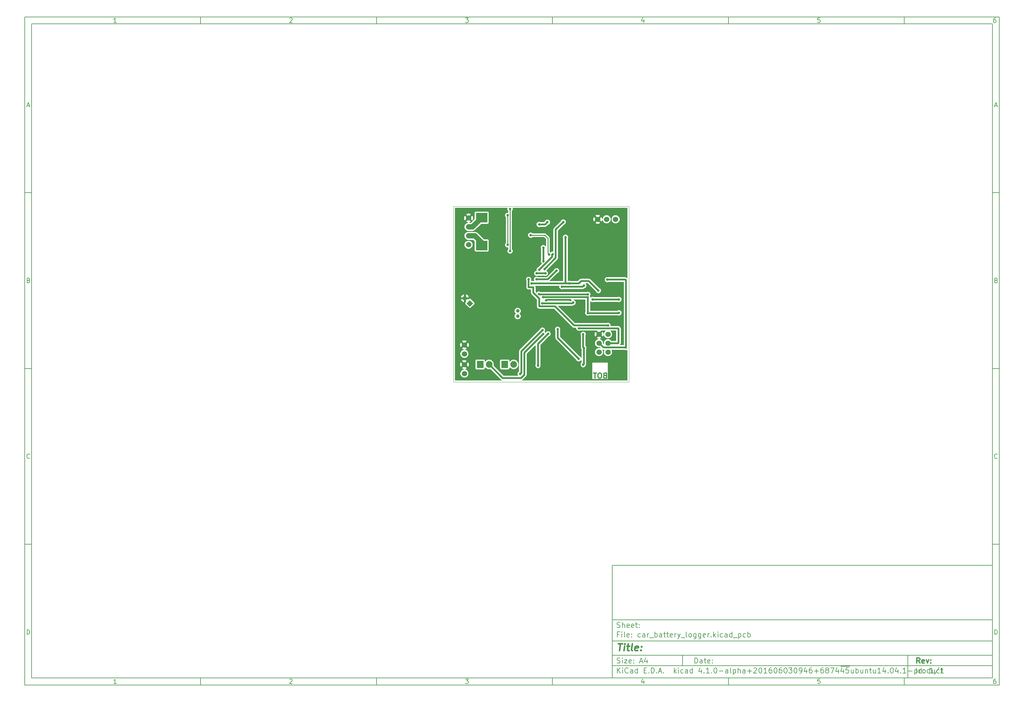
<source format=gbl>
G04 #@! TF.FileFunction,Copper,L2,Bot,Signal*
%FSLAX46Y46*%
G04 Gerber Fmt 4.6, Leading zero omitted, Abs format (unit mm)*
G04 Created by KiCad (PCBNEW 4.1.0-alpha+201606030946+6874~45~ubuntu14.04.1-product) date Sun Jul  3 18:53:08 2016*
%MOMM*%
%LPD*%
G01*
G04 APERTURE LIST*
%ADD10C,0.100000*%
%ADD11C,0.150000*%
%ADD12C,0.300000*%
%ADD13C,0.400000*%
%ADD14C,1.300000*%
%ADD15C,1.524000*%
%ADD16R,1.900000X2.000000*%
%ADD17C,1.900000*%
%ADD18R,3.200000X2.700000*%
%ADD19C,1.000760*%
%ADD20C,0.700000*%
%ADD21C,0.250000*%
%ADD22C,0.550000*%
%ADD23C,1.500000*%
%ADD24C,0.130000*%
G04 APERTURE END LIST*
D10*
D11*
X177002200Y-166007200D02*
X177002200Y-198007200D01*
X285002200Y-198007200D01*
X285002200Y-166007200D01*
X177002200Y-166007200D01*
D10*
D11*
X10000000Y-10000000D02*
X10000000Y-200007200D01*
X287002200Y-200007200D01*
X287002200Y-10000000D01*
X10000000Y-10000000D01*
D10*
D11*
X12000000Y-12000000D02*
X12000000Y-198007200D01*
X285002200Y-198007200D01*
X285002200Y-12000000D01*
X12000000Y-12000000D01*
D10*
D11*
X60000000Y-12000000D02*
X60000000Y-10000000D01*
D10*
D11*
X110000000Y-12000000D02*
X110000000Y-10000000D01*
D10*
D11*
X160000000Y-12000000D02*
X160000000Y-10000000D01*
D10*
D11*
X210000000Y-12000000D02*
X210000000Y-10000000D01*
D10*
D11*
X260000000Y-12000000D02*
X260000000Y-10000000D01*
D10*
D11*
X36065476Y-11588095D02*
X35322619Y-11588095D01*
X35694047Y-11588095D02*
X35694047Y-10288095D01*
X35570238Y-10473809D01*
X35446428Y-10597619D01*
X35322619Y-10659523D01*
D10*
D11*
X85322619Y-10411904D02*
X85384523Y-10350000D01*
X85508333Y-10288095D01*
X85817857Y-10288095D01*
X85941666Y-10350000D01*
X86003571Y-10411904D01*
X86065476Y-10535714D01*
X86065476Y-10659523D01*
X86003571Y-10845238D01*
X85260714Y-11588095D01*
X86065476Y-11588095D01*
D10*
D11*
X135260714Y-10288095D02*
X136065476Y-10288095D01*
X135632142Y-10783333D01*
X135817857Y-10783333D01*
X135941666Y-10845238D01*
X136003571Y-10907142D01*
X136065476Y-11030952D01*
X136065476Y-11340476D01*
X136003571Y-11464285D01*
X135941666Y-11526190D01*
X135817857Y-11588095D01*
X135446428Y-11588095D01*
X135322619Y-11526190D01*
X135260714Y-11464285D01*
D10*
D11*
X185941666Y-10721428D02*
X185941666Y-11588095D01*
X185632142Y-10226190D02*
X185322619Y-11154761D01*
X186127380Y-11154761D01*
D10*
D11*
X236003571Y-10288095D02*
X235384523Y-10288095D01*
X235322619Y-10907142D01*
X235384523Y-10845238D01*
X235508333Y-10783333D01*
X235817857Y-10783333D01*
X235941666Y-10845238D01*
X236003571Y-10907142D01*
X236065476Y-11030952D01*
X236065476Y-11340476D01*
X236003571Y-11464285D01*
X235941666Y-11526190D01*
X235817857Y-11588095D01*
X235508333Y-11588095D01*
X235384523Y-11526190D01*
X235322619Y-11464285D01*
D10*
D11*
X285941666Y-10288095D02*
X285694047Y-10288095D01*
X285570238Y-10350000D01*
X285508333Y-10411904D01*
X285384523Y-10597619D01*
X285322619Y-10845238D01*
X285322619Y-11340476D01*
X285384523Y-11464285D01*
X285446428Y-11526190D01*
X285570238Y-11588095D01*
X285817857Y-11588095D01*
X285941666Y-11526190D01*
X286003571Y-11464285D01*
X286065476Y-11340476D01*
X286065476Y-11030952D01*
X286003571Y-10907142D01*
X285941666Y-10845238D01*
X285817857Y-10783333D01*
X285570238Y-10783333D01*
X285446428Y-10845238D01*
X285384523Y-10907142D01*
X285322619Y-11030952D01*
D10*
D11*
X60000000Y-198007200D02*
X60000000Y-200007200D01*
D10*
D11*
X110000000Y-198007200D02*
X110000000Y-200007200D01*
D10*
D11*
X160000000Y-198007200D02*
X160000000Y-200007200D01*
D10*
D11*
X210000000Y-198007200D02*
X210000000Y-200007200D01*
D10*
D11*
X260000000Y-198007200D02*
X260000000Y-200007200D01*
D10*
D11*
X36065476Y-199595295D02*
X35322619Y-199595295D01*
X35694047Y-199595295D02*
X35694047Y-198295295D01*
X35570238Y-198481009D01*
X35446428Y-198604819D01*
X35322619Y-198666723D01*
D10*
D11*
X85322619Y-198419104D02*
X85384523Y-198357200D01*
X85508333Y-198295295D01*
X85817857Y-198295295D01*
X85941666Y-198357200D01*
X86003571Y-198419104D01*
X86065476Y-198542914D01*
X86065476Y-198666723D01*
X86003571Y-198852438D01*
X85260714Y-199595295D01*
X86065476Y-199595295D01*
D10*
D11*
X135260714Y-198295295D02*
X136065476Y-198295295D01*
X135632142Y-198790533D01*
X135817857Y-198790533D01*
X135941666Y-198852438D01*
X136003571Y-198914342D01*
X136065476Y-199038152D01*
X136065476Y-199347676D01*
X136003571Y-199471485D01*
X135941666Y-199533390D01*
X135817857Y-199595295D01*
X135446428Y-199595295D01*
X135322619Y-199533390D01*
X135260714Y-199471485D01*
D10*
D11*
X185941666Y-198728628D02*
X185941666Y-199595295D01*
X185632142Y-198233390D02*
X185322619Y-199161961D01*
X186127380Y-199161961D01*
D10*
D11*
X236003571Y-198295295D02*
X235384523Y-198295295D01*
X235322619Y-198914342D01*
X235384523Y-198852438D01*
X235508333Y-198790533D01*
X235817857Y-198790533D01*
X235941666Y-198852438D01*
X236003571Y-198914342D01*
X236065476Y-199038152D01*
X236065476Y-199347676D01*
X236003571Y-199471485D01*
X235941666Y-199533390D01*
X235817857Y-199595295D01*
X235508333Y-199595295D01*
X235384523Y-199533390D01*
X235322619Y-199471485D01*
D10*
D11*
X285941666Y-198295295D02*
X285694047Y-198295295D01*
X285570238Y-198357200D01*
X285508333Y-198419104D01*
X285384523Y-198604819D01*
X285322619Y-198852438D01*
X285322619Y-199347676D01*
X285384523Y-199471485D01*
X285446428Y-199533390D01*
X285570238Y-199595295D01*
X285817857Y-199595295D01*
X285941666Y-199533390D01*
X286003571Y-199471485D01*
X286065476Y-199347676D01*
X286065476Y-199038152D01*
X286003571Y-198914342D01*
X285941666Y-198852438D01*
X285817857Y-198790533D01*
X285570238Y-198790533D01*
X285446428Y-198852438D01*
X285384523Y-198914342D01*
X285322619Y-199038152D01*
D10*
D11*
X10000000Y-60000000D02*
X12000000Y-60000000D01*
D10*
D11*
X10000000Y-110000000D02*
X12000000Y-110000000D01*
D10*
D11*
X10000000Y-160000000D02*
X12000000Y-160000000D01*
D10*
D11*
X10690476Y-35216666D02*
X11309523Y-35216666D01*
X10566666Y-35588095D02*
X11000000Y-34288095D01*
X11433333Y-35588095D01*
D10*
D11*
X11092857Y-84907142D02*
X11278571Y-84969047D01*
X11340476Y-85030952D01*
X11402380Y-85154761D01*
X11402380Y-85340476D01*
X11340476Y-85464285D01*
X11278571Y-85526190D01*
X11154761Y-85588095D01*
X10659523Y-85588095D01*
X10659523Y-84288095D01*
X11092857Y-84288095D01*
X11216666Y-84350000D01*
X11278571Y-84411904D01*
X11340476Y-84535714D01*
X11340476Y-84659523D01*
X11278571Y-84783333D01*
X11216666Y-84845238D01*
X11092857Y-84907142D01*
X10659523Y-84907142D01*
D10*
D11*
X11402380Y-135464285D02*
X11340476Y-135526190D01*
X11154761Y-135588095D01*
X11030952Y-135588095D01*
X10845238Y-135526190D01*
X10721428Y-135402380D01*
X10659523Y-135278571D01*
X10597619Y-135030952D01*
X10597619Y-134845238D01*
X10659523Y-134597619D01*
X10721428Y-134473809D01*
X10845238Y-134350000D01*
X11030952Y-134288095D01*
X11154761Y-134288095D01*
X11340476Y-134350000D01*
X11402380Y-134411904D01*
D10*
D11*
X10659523Y-185588095D02*
X10659523Y-184288095D01*
X10969047Y-184288095D01*
X11154761Y-184350000D01*
X11278571Y-184473809D01*
X11340476Y-184597619D01*
X11402380Y-184845238D01*
X11402380Y-185030952D01*
X11340476Y-185278571D01*
X11278571Y-185402380D01*
X11154761Y-185526190D01*
X10969047Y-185588095D01*
X10659523Y-185588095D01*
D10*
D11*
X287002200Y-60000000D02*
X285002200Y-60000000D01*
D10*
D11*
X287002200Y-110000000D02*
X285002200Y-110000000D01*
D10*
D11*
X287002200Y-160000000D02*
X285002200Y-160000000D01*
D10*
D11*
X285692676Y-35216666D02*
X286311723Y-35216666D01*
X285568866Y-35588095D02*
X286002200Y-34288095D01*
X286435533Y-35588095D01*
D10*
D11*
X286095057Y-84907142D02*
X286280771Y-84969047D01*
X286342676Y-85030952D01*
X286404580Y-85154761D01*
X286404580Y-85340476D01*
X286342676Y-85464285D01*
X286280771Y-85526190D01*
X286156961Y-85588095D01*
X285661723Y-85588095D01*
X285661723Y-84288095D01*
X286095057Y-84288095D01*
X286218866Y-84350000D01*
X286280771Y-84411904D01*
X286342676Y-84535714D01*
X286342676Y-84659523D01*
X286280771Y-84783333D01*
X286218866Y-84845238D01*
X286095057Y-84907142D01*
X285661723Y-84907142D01*
D10*
D11*
X286404580Y-135464285D02*
X286342676Y-135526190D01*
X286156961Y-135588095D01*
X286033152Y-135588095D01*
X285847438Y-135526190D01*
X285723628Y-135402380D01*
X285661723Y-135278571D01*
X285599819Y-135030952D01*
X285599819Y-134845238D01*
X285661723Y-134597619D01*
X285723628Y-134473809D01*
X285847438Y-134350000D01*
X286033152Y-134288095D01*
X286156961Y-134288095D01*
X286342676Y-134350000D01*
X286404580Y-134411904D01*
D10*
D11*
X285661723Y-185588095D02*
X285661723Y-184288095D01*
X285971247Y-184288095D01*
X286156961Y-184350000D01*
X286280771Y-184473809D01*
X286342676Y-184597619D01*
X286404580Y-184845238D01*
X286404580Y-185030952D01*
X286342676Y-185278571D01*
X286280771Y-185402380D01*
X286156961Y-185526190D01*
X285971247Y-185588095D01*
X285661723Y-185588095D01*
D10*
D11*
X200434342Y-193785771D02*
X200434342Y-192285771D01*
X200791485Y-192285771D01*
X201005771Y-192357200D01*
X201148628Y-192500057D01*
X201220057Y-192642914D01*
X201291485Y-192928628D01*
X201291485Y-193142914D01*
X201220057Y-193428628D01*
X201148628Y-193571485D01*
X201005771Y-193714342D01*
X200791485Y-193785771D01*
X200434342Y-193785771D01*
X202577200Y-193785771D02*
X202577200Y-193000057D01*
X202505771Y-192857200D01*
X202362914Y-192785771D01*
X202077200Y-192785771D01*
X201934342Y-192857200D01*
X202577200Y-193714342D02*
X202434342Y-193785771D01*
X202077200Y-193785771D01*
X201934342Y-193714342D01*
X201862914Y-193571485D01*
X201862914Y-193428628D01*
X201934342Y-193285771D01*
X202077200Y-193214342D01*
X202434342Y-193214342D01*
X202577200Y-193142914D01*
X203077200Y-192785771D02*
X203648628Y-192785771D01*
X203291485Y-192285771D02*
X203291485Y-193571485D01*
X203362914Y-193714342D01*
X203505771Y-193785771D01*
X203648628Y-193785771D01*
X204720057Y-193714342D02*
X204577200Y-193785771D01*
X204291485Y-193785771D01*
X204148628Y-193714342D01*
X204077200Y-193571485D01*
X204077200Y-193000057D01*
X204148628Y-192857200D01*
X204291485Y-192785771D01*
X204577200Y-192785771D01*
X204720057Y-192857200D01*
X204791485Y-193000057D01*
X204791485Y-193142914D01*
X204077200Y-193285771D01*
X205434342Y-193642914D02*
X205505771Y-193714342D01*
X205434342Y-193785771D01*
X205362914Y-193714342D01*
X205434342Y-193642914D01*
X205434342Y-193785771D01*
X205434342Y-192857200D02*
X205505771Y-192928628D01*
X205434342Y-193000057D01*
X205362914Y-192928628D01*
X205434342Y-192857200D01*
X205434342Y-193000057D01*
D10*
D11*
X177002200Y-194507200D02*
X285002200Y-194507200D01*
D10*
D11*
X178434342Y-196585771D02*
X178434342Y-195085771D01*
X179291485Y-196585771D02*
X178648628Y-195728628D01*
X179291485Y-195085771D02*
X178434342Y-195942914D01*
X179934342Y-196585771D02*
X179934342Y-195585771D01*
X179934342Y-195085771D02*
X179862914Y-195157200D01*
X179934342Y-195228628D01*
X180005771Y-195157200D01*
X179934342Y-195085771D01*
X179934342Y-195228628D01*
X181505771Y-196442914D02*
X181434342Y-196514342D01*
X181220057Y-196585771D01*
X181077200Y-196585771D01*
X180862914Y-196514342D01*
X180720057Y-196371485D01*
X180648628Y-196228628D01*
X180577200Y-195942914D01*
X180577200Y-195728628D01*
X180648628Y-195442914D01*
X180720057Y-195300057D01*
X180862914Y-195157200D01*
X181077200Y-195085771D01*
X181220057Y-195085771D01*
X181434342Y-195157200D01*
X181505771Y-195228628D01*
X182791485Y-196585771D02*
X182791485Y-195800057D01*
X182720057Y-195657200D01*
X182577200Y-195585771D01*
X182291485Y-195585771D01*
X182148628Y-195657200D01*
X182791485Y-196514342D02*
X182648628Y-196585771D01*
X182291485Y-196585771D01*
X182148628Y-196514342D01*
X182077200Y-196371485D01*
X182077200Y-196228628D01*
X182148628Y-196085771D01*
X182291485Y-196014342D01*
X182648628Y-196014342D01*
X182791485Y-195942914D01*
X184148628Y-196585771D02*
X184148628Y-195085771D01*
X184148628Y-196514342D02*
X184005771Y-196585771D01*
X183720057Y-196585771D01*
X183577200Y-196514342D01*
X183505771Y-196442914D01*
X183434342Y-196300057D01*
X183434342Y-195871485D01*
X183505771Y-195728628D01*
X183577200Y-195657200D01*
X183720057Y-195585771D01*
X184005771Y-195585771D01*
X184148628Y-195657200D01*
X186005771Y-195800057D02*
X186505771Y-195800057D01*
X186720057Y-196585771D02*
X186005771Y-196585771D01*
X186005771Y-195085771D01*
X186720057Y-195085771D01*
X187362914Y-196442914D02*
X187434342Y-196514342D01*
X187362914Y-196585771D01*
X187291485Y-196514342D01*
X187362914Y-196442914D01*
X187362914Y-196585771D01*
X188077200Y-196585771D02*
X188077200Y-195085771D01*
X188434342Y-195085771D01*
X188648628Y-195157200D01*
X188791485Y-195300057D01*
X188862914Y-195442914D01*
X188934342Y-195728628D01*
X188934342Y-195942914D01*
X188862914Y-196228628D01*
X188791485Y-196371485D01*
X188648628Y-196514342D01*
X188434342Y-196585771D01*
X188077200Y-196585771D01*
X189577200Y-196442914D02*
X189648628Y-196514342D01*
X189577200Y-196585771D01*
X189505771Y-196514342D01*
X189577200Y-196442914D01*
X189577200Y-196585771D01*
X190220057Y-196157200D02*
X190934342Y-196157200D01*
X190077200Y-196585771D02*
X190577200Y-195085771D01*
X191077200Y-196585771D01*
X191577200Y-196442914D02*
X191648628Y-196514342D01*
X191577200Y-196585771D01*
X191505771Y-196514342D01*
X191577200Y-196442914D01*
X191577200Y-196585771D01*
X194577200Y-196585771D02*
X194577200Y-195085771D01*
X194720057Y-196014342D02*
X195148628Y-196585771D01*
X195148628Y-195585771D02*
X194577200Y-196157200D01*
X195791485Y-196585771D02*
X195791485Y-195585771D01*
X195791485Y-195085771D02*
X195720057Y-195157200D01*
X195791485Y-195228628D01*
X195862914Y-195157200D01*
X195791485Y-195085771D01*
X195791485Y-195228628D01*
X197148628Y-196514342D02*
X197005771Y-196585771D01*
X196720057Y-196585771D01*
X196577200Y-196514342D01*
X196505771Y-196442914D01*
X196434342Y-196300057D01*
X196434342Y-195871485D01*
X196505771Y-195728628D01*
X196577200Y-195657200D01*
X196720057Y-195585771D01*
X197005771Y-195585771D01*
X197148628Y-195657200D01*
X198434342Y-196585771D02*
X198434342Y-195800057D01*
X198362914Y-195657200D01*
X198220057Y-195585771D01*
X197934342Y-195585771D01*
X197791485Y-195657200D01*
X198434342Y-196514342D02*
X198291485Y-196585771D01*
X197934342Y-196585771D01*
X197791485Y-196514342D01*
X197720057Y-196371485D01*
X197720057Y-196228628D01*
X197791485Y-196085771D01*
X197934342Y-196014342D01*
X198291485Y-196014342D01*
X198434342Y-195942914D01*
X199791485Y-196585771D02*
X199791485Y-195085771D01*
X199791485Y-196514342D02*
X199648628Y-196585771D01*
X199362914Y-196585771D01*
X199220057Y-196514342D01*
X199148628Y-196442914D01*
X199077200Y-196300057D01*
X199077200Y-195871485D01*
X199148628Y-195728628D01*
X199220057Y-195657200D01*
X199362914Y-195585771D01*
X199648628Y-195585771D01*
X199791485Y-195657200D01*
X202291485Y-195585771D02*
X202291485Y-196585771D01*
X201934342Y-195014342D02*
X201577200Y-196085771D01*
X202505771Y-196085771D01*
X203077200Y-196442914D02*
X203148628Y-196514342D01*
X203077200Y-196585771D01*
X203005771Y-196514342D01*
X203077200Y-196442914D01*
X203077200Y-196585771D01*
X204577200Y-196585771D02*
X203720057Y-196585771D01*
X204148628Y-196585771D02*
X204148628Y-195085771D01*
X204005771Y-195300057D01*
X203862914Y-195442914D01*
X203720057Y-195514342D01*
X205220057Y-196442914D02*
X205291485Y-196514342D01*
X205220057Y-196585771D01*
X205148628Y-196514342D01*
X205220057Y-196442914D01*
X205220057Y-196585771D01*
X206220057Y-195085771D02*
X206362914Y-195085771D01*
X206505771Y-195157200D01*
X206577200Y-195228628D01*
X206648628Y-195371485D01*
X206720057Y-195657200D01*
X206720057Y-196014342D01*
X206648628Y-196300057D01*
X206577200Y-196442914D01*
X206505771Y-196514342D01*
X206362914Y-196585771D01*
X206220057Y-196585771D01*
X206077200Y-196514342D01*
X206005771Y-196442914D01*
X205934342Y-196300057D01*
X205862914Y-196014342D01*
X205862914Y-195657200D01*
X205934342Y-195371485D01*
X206005771Y-195228628D01*
X206077200Y-195157200D01*
X206220057Y-195085771D01*
X207362914Y-196014342D02*
X208505771Y-196014342D01*
X209862914Y-196585771D02*
X209862914Y-195800057D01*
X209791485Y-195657200D01*
X209648628Y-195585771D01*
X209362914Y-195585771D01*
X209220057Y-195657200D01*
X209862914Y-196514342D02*
X209720057Y-196585771D01*
X209362914Y-196585771D01*
X209220057Y-196514342D01*
X209148628Y-196371485D01*
X209148628Y-196228628D01*
X209220057Y-196085771D01*
X209362914Y-196014342D01*
X209720057Y-196014342D01*
X209862914Y-195942914D01*
X210791485Y-196585771D02*
X210648628Y-196514342D01*
X210577200Y-196371485D01*
X210577200Y-195085771D01*
X211362914Y-195585771D02*
X211362914Y-197085771D01*
X211362914Y-195657200D02*
X211505771Y-195585771D01*
X211791485Y-195585771D01*
X211934342Y-195657200D01*
X212005771Y-195728628D01*
X212077200Y-195871485D01*
X212077200Y-196300057D01*
X212005771Y-196442914D01*
X211934342Y-196514342D01*
X211791485Y-196585771D01*
X211505771Y-196585771D01*
X211362914Y-196514342D01*
X212720057Y-196585771D02*
X212720057Y-195085771D01*
X213362914Y-196585771D02*
X213362914Y-195800057D01*
X213291485Y-195657200D01*
X213148628Y-195585771D01*
X212934342Y-195585771D01*
X212791485Y-195657200D01*
X212720057Y-195728628D01*
X214720057Y-196585771D02*
X214720057Y-195800057D01*
X214648628Y-195657200D01*
X214505771Y-195585771D01*
X214220057Y-195585771D01*
X214077200Y-195657200D01*
X214720057Y-196514342D02*
X214577200Y-196585771D01*
X214220057Y-196585771D01*
X214077200Y-196514342D01*
X214005771Y-196371485D01*
X214005771Y-196228628D01*
X214077200Y-196085771D01*
X214220057Y-196014342D01*
X214577200Y-196014342D01*
X214720057Y-195942914D01*
X215434342Y-196014342D02*
X216577200Y-196014342D01*
X216005771Y-196585771D02*
X216005771Y-195442914D01*
X217220057Y-195228628D02*
X217291485Y-195157200D01*
X217434342Y-195085771D01*
X217791485Y-195085771D01*
X217934342Y-195157200D01*
X218005771Y-195228628D01*
X218077200Y-195371485D01*
X218077200Y-195514342D01*
X218005771Y-195728628D01*
X217148628Y-196585771D01*
X218077200Y-196585771D01*
X219005771Y-195085771D02*
X219148628Y-195085771D01*
X219291485Y-195157200D01*
X219362914Y-195228628D01*
X219434342Y-195371485D01*
X219505771Y-195657200D01*
X219505771Y-196014342D01*
X219434342Y-196300057D01*
X219362914Y-196442914D01*
X219291485Y-196514342D01*
X219148628Y-196585771D01*
X219005771Y-196585771D01*
X218862914Y-196514342D01*
X218791485Y-196442914D01*
X218720057Y-196300057D01*
X218648628Y-196014342D01*
X218648628Y-195657200D01*
X218720057Y-195371485D01*
X218791485Y-195228628D01*
X218862914Y-195157200D01*
X219005771Y-195085771D01*
X220934342Y-196585771D02*
X220077200Y-196585771D01*
X220505771Y-196585771D02*
X220505771Y-195085771D01*
X220362914Y-195300057D01*
X220220057Y-195442914D01*
X220077200Y-195514342D01*
X222220057Y-195085771D02*
X221934342Y-195085771D01*
X221791485Y-195157200D01*
X221720057Y-195228628D01*
X221577200Y-195442914D01*
X221505771Y-195728628D01*
X221505771Y-196300057D01*
X221577200Y-196442914D01*
X221648628Y-196514342D01*
X221791485Y-196585771D01*
X222077200Y-196585771D01*
X222220057Y-196514342D01*
X222291485Y-196442914D01*
X222362914Y-196300057D01*
X222362914Y-195942914D01*
X222291485Y-195800057D01*
X222220057Y-195728628D01*
X222077200Y-195657200D01*
X221791485Y-195657200D01*
X221648628Y-195728628D01*
X221577200Y-195800057D01*
X221505771Y-195942914D01*
X223291485Y-195085771D02*
X223434342Y-195085771D01*
X223577200Y-195157200D01*
X223648628Y-195228628D01*
X223720057Y-195371485D01*
X223791485Y-195657200D01*
X223791485Y-196014342D01*
X223720057Y-196300057D01*
X223648628Y-196442914D01*
X223577200Y-196514342D01*
X223434342Y-196585771D01*
X223291485Y-196585771D01*
X223148628Y-196514342D01*
X223077200Y-196442914D01*
X223005771Y-196300057D01*
X222934342Y-196014342D01*
X222934342Y-195657200D01*
X223005771Y-195371485D01*
X223077200Y-195228628D01*
X223148628Y-195157200D01*
X223291485Y-195085771D01*
X225077200Y-195085771D02*
X224791485Y-195085771D01*
X224648628Y-195157200D01*
X224577200Y-195228628D01*
X224434342Y-195442914D01*
X224362914Y-195728628D01*
X224362914Y-196300057D01*
X224434342Y-196442914D01*
X224505771Y-196514342D01*
X224648628Y-196585771D01*
X224934342Y-196585771D01*
X225077200Y-196514342D01*
X225148628Y-196442914D01*
X225220057Y-196300057D01*
X225220057Y-195942914D01*
X225148628Y-195800057D01*
X225077200Y-195728628D01*
X224934342Y-195657200D01*
X224648628Y-195657200D01*
X224505771Y-195728628D01*
X224434342Y-195800057D01*
X224362914Y-195942914D01*
X226148628Y-195085771D02*
X226291485Y-195085771D01*
X226434342Y-195157200D01*
X226505771Y-195228628D01*
X226577200Y-195371485D01*
X226648628Y-195657200D01*
X226648628Y-196014342D01*
X226577200Y-196300057D01*
X226505771Y-196442914D01*
X226434342Y-196514342D01*
X226291485Y-196585771D01*
X226148628Y-196585771D01*
X226005771Y-196514342D01*
X225934342Y-196442914D01*
X225862914Y-196300057D01*
X225791485Y-196014342D01*
X225791485Y-195657200D01*
X225862914Y-195371485D01*
X225934342Y-195228628D01*
X226005771Y-195157200D01*
X226148628Y-195085771D01*
X227148628Y-195085771D02*
X228077200Y-195085771D01*
X227577200Y-195657200D01*
X227791485Y-195657200D01*
X227934342Y-195728628D01*
X228005771Y-195800057D01*
X228077200Y-195942914D01*
X228077200Y-196300057D01*
X228005771Y-196442914D01*
X227934342Y-196514342D01*
X227791485Y-196585771D01*
X227362914Y-196585771D01*
X227220057Y-196514342D01*
X227148628Y-196442914D01*
X229005771Y-195085771D02*
X229148628Y-195085771D01*
X229291485Y-195157200D01*
X229362914Y-195228628D01*
X229434342Y-195371485D01*
X229505771Y-195657200D01*
X229505771Y-196014342D01*
X229434342Y-196300057D01*
X229362914Y-196442914D01*
X229291485Y-196514342D01*
X229148628Y-196585771D01*
X229005771Y-196585771D01*
X228862914Y-196514342D01*
X228791485Y-196442914D01*
X228720057Y-196300057D01*
X228648628Y-196014342D01*
X228648628Y-195657200D01*
X228720057Y-195371485D01*
X228791485Y-195228628D01*
X228862914Y-195157200D01*
X229005771Y-195085771D01*
X230220057Y-196585771D02*
X230505771Y-196585771D01*
X230648628Y-196514342D01*
X230720057Y-196442914D01*
X230862914Y-196228628D01*
X230934342Y-195942914D01*
X230934342Y-195371485D01*
X230862914Y-195228628D01*
X230791485Y-195157200D01*
X230648628Y-195085771D01*
X230362914Y-195085771D01*
X230220057Y-195157200D01*
X230148628Y-195228628D01*
X230077199Y-195371485D01*
X230077199Y-195728628D01*
X230148628Y-195871485D01*
X230220057Y-195942914D01*
X230362914Y-196014342D01*
X230648628Y-196014342D01*
X230791485Y-195942914D01*
X230862914Y-195871485D01*
X230934342Y-195728628D01*
X232220057Y-195585771D02*
X232220057Y-196585771D01*
X231862914Y-195014342D02*
X231505771Y-196085771D01*
X232434342Y-196085771D01*
X233648628Y-195085771D02*
X233362914Y-195085771D01*
X233220057Y-195157200D01*
X233148628Y-195228628D01*
X233005771Y-195442914D01*
X232934342Y-195728628D01*
X232934342Y-196300057D01*
X233005771Y-196442914D01*
X233077199Y-196514342D01*
X233220057Y-196585771D01*
X233505771Y-196585771D01*
X233648628Y-196514342D01*
X233720057Y-196442914D01*
X233791485Y-196300057D01*
X233791485Y-195942914D01*
X233720057Y-195800057D01*
X233648628Y-195728628D01*
X233505771Y-195657200D01*
X233220057Y-195657200D01*
X233077199Y-195728628D01*
X233005771Y-195800057D01*
X232934342Y-195942914D01*
X234434342Y-196014342D02*
X235577199Y-196014342D01*
X235005771Y-196585771D02*
X235005771Y-195442914D01*
X236934342Y-195085771D02*
X236648628Y-195085771D01*
X236505771Y-195157200D01*
X236434342Y-195228628D01*
X236291485Y-195442914D01*
X236220057Y-195728628D01*
X236220057Y-196300057D01*
X236291485Y-196442914D01*
X236362914Y-196514342D01*
X236505771Y-196585771D01*
X236791485Y-196585771D01*
X236934342Y-196514342D01*
X237005771Y-196442914D01*
X237077199Y-196300057D01*
X237077199Y-195942914D01*
X237005771Y-195800057D01*
X236934342Y-195728628D01*
X236791485Y-195657200D01*
X236505771Y-195657200D01*
X236362914Y-195728628D01*
X236291485Y-195800057D01*
X236220057Y-195942914D01*
X237934342Y-195728628D02*
X237791485Y-195657200D01*
X237720057Y-195585771D01*
X237648628Y-195442914D01*
X237648628Y-195371485D01*
X237720057Y-195228628D01*
X237791485Y-195157200D01*
X237934342Y-195085771D01*
X238220057Y-195085771D01*
X238362914Y-195157200D01*
X238434342Y-195228628D01*
X238505771Y-195371485D01*
X238505771Y-195442914D01*
X238434342Y-195585771D01*
X238362914Y-195657200D01*
X238220057Y-195728628D01*
X237934342Y-195728628D01*
X237791485Y-195800057D01*
X237720057Y-195871485D01*
X237648628Y-196014342D01*
X237648628Y-196300057D01*
X237720057Y-196442914D01*
X237791485Y-196514342D01*
X237934342Y-196585771D01*
X238220057Y-196585771D01*
X238362914Y-196514342D01*
X238434342Y-196442914D01*
X238505771Y-196300057D01*
X238505771Y-196014342D01*
X238434342Y-195871485D01*
X238362914Y-195800057D01*
X238220057Y-195728628D01*
X239005771Y-195085771D02*
X240005771Y-195085771D01*
X239362914Y-196585771D01*
X241220057Y-195585771D02*
X241220057Y-196585771D01*
X240862914Y-195014342D02*
X240505771Y-196085771D01*
X241434342Y-196085771D01*
X241896128Y-194677200D02*
X243077199Y-194677200D01*
X242648628Y-195585771D02*
X242648628Y-196585771D01*
X242291485Y-195014342D02*
X241934342Y-196085771D01*
X242862914Y-196085771D01*
X243077199Y-194677200D02*
X244505771Y-194677200D01*
X244148628Y-195085771D02*
X243434342Y-195085771D01*
X243362914Y-195800057D01*
X243434342Y-195728628D01*
X243577199Y-195657200D01*
X243934342Y-195657200D01*
X244077199Y-195728628D01*
X244148628Y-195800057D01*
X244220057Y-195942914D01*
X244220057Y-196300057D01*
X244148628Y-196442914D01*
X244077199Y-196514342D01*
X243934342Y-196585771D01*
X243577199Y-196585771D01*
X243434342Y-196514342D01*
X243362914Y-196442914D01*
X245505771Y-195585771D02*
X245505771Y-196585771D01*
X244862914Y-195585771D02*
X244862914Y-196371485D01*
X244934342Y-196514342D01*
X245077199Y-196585771D01*
X245291485Y-196585771D01*
X245434342Y-196514342D01*
X245505771Y-196442914D01*
X246220057Y-196585771D02*
X246220057Y-195085771D01*
X246220057Y-195657200D02*
X246362914Y-195585771D01*
X246648628Y-195585771D01*
X246791485Y-195657200D01*
X246862914Y-195728628D01*
X246934342Y-195871485D01*
X246934342Y-196300057D01*
X246862914Y-196442914D01*
X246791485Y-196514342D01*
X246648628Y-196585771D01*
X246362914Y-196585771D01*
X246220057Y-196514342D01*
X248220057Y-195585771D02*
X248220057Y-196585771D01*
X247577199Y-195585771D02*
X247577199Y-196371485D01*
X247648628Y-196514342D01*
X247791485Y-196585771D01*
X248005771Y-196585771D01*
X248148628Y-196514342D01*
X248220057Y-196442914D01*
X248934342Y-195585771D02*
X248934342Y-196585771D01*
X248934342Y-195728628D02*
X249005771Y-195657200D01*
X249148628Y-195585771D01*
X249362914Y-195585771D01*
X249505771Y-195657200D01*
X249577199Y-195800057D01*
X249577199Y-196585771D01*
X250077199Y-195585771D02*
X250648628Y-195585771D01*
X250291485Y-195085771D02*
X250291485Y-196371485D01*
X250362914Y-196514342D01*
X250505771Y-196585771D01*
X250648628Y-196585771D01*
X251791485Y-195585771D02*
X251791485Y-196585771D01*
X251148628Y-195585771D02*
X251148628Y-196371485D01*
X251220057Y-196514342D01*
X251362914Y-196585771D01*
X251577199Y-196585771D01*
X251720057Y-196514342D01*
X251791485Y-196442914D01*
X253291485Y-196585771D02*
X252434342Y-196585771D01*
X252862914Y-196585771D02*
X252862914Y-195085771D01*
X252720057Y-195300057D01*
X252577199Y-195442914D01*
X252434342Y-195514342D01*
X254577199Y-195585771D02*
X254577199Y-196585771D01*
X254220057Y-195014342D02*
X253862914Y-196085771D01*
X254791485Y-196085771D01*
X255362914Y-196442914D02*
X255434342Y-196514342D01*
X255362914Y-196585771D01*
X255291485Y-196514342D01*
X255362914Y-196442914D01*
X255362914Y-196585771D01*
X256362914Y-195085771D02*
X256505771Y-195085771D01*
X256648628Y-195157200D01*
X256720057Y-195228628D01*
X256791485Y-195371485D01*
X256862914Y-195657200D01*
X256862914Y-196014342D01*
X256791485Y-196300057D01*
X256720057Y-196442914D01*
X256648628Y-196514342D01*
X256505771Y-196585771D01*
X256362914Y-196585771D01*
X256220057Y-196514342D01*
X256148628Y-196442914D01*
X256077199Y-196300057D01*
X256005771Y-196014342D01*
X256005771Y-195657200D01*
X256077199Y-195371485D01*
X256148628Y-195228628D01*
X256220057Y-195157200D01*
X256362914Y-195085771D01*
X258148628Y-195585771D02*
X258148628Y-196585771D01*
X257791485Y-195014342D02*
X257434342Y-196085771D01*
X258362914Y-196085771D01*
X258934342Y-196442914D02*
X259005771Y-196514342D01*
X258934342Y-196585771D01*
X258862914Y-196514342D01*
X258934342Y-196442914D01*
X258934342Y-196585771D01*
X260434342Y-196585771D02*
X259577199Y-196585771D01*
X260005771Y-196585771D02*
X260005771Y-195085771D01*
X259862914Y-195300057D01*
X259720057Y-195442914D01*
X259577199Y-195514342D01*
X261077199Y-196014342D02*
X262220057Y-196014342D01*
X262934342Y-195585771D02*
X262934342Y-197085771D01*
X262934342Y-195657200D02*
X263077199Y-195585771D01*
X263362914Y-195585771D01*
X263505771Y-195657200D01*
X263577199Y-195728628D01*
X263648628Y-195871485D01*
X263648628Y-196300057D01*
X263577199Y-196442914D01*
X263505771Y-196514342D01*
X263362914Y-196585771D01*
X263077199Y-196585771D01*
X262934342Y-196514342D01*
X264291485Y-196585771D02*
X264291485Y-195585771D01*
X264291485Y-195871485D02*
X264362914Y-195728628D01*
X264434342Y-195657200D01*
X264577199Y-195585771D01*
X264720057Y-195585771D01*
X265434342Y-196585771D02*
X265291485Y-196514342D01*
X265220057Y-196442914D01*
X265148628Y-196300057D01*
X265148628Y-195871485D01*
X265220057Y-195728628D01*
X265291485Y-195657200D01*
X265434342Y-195585771D01*
X265648628Y-195585771D01*
X265791485Y-195657200D01*
X265862914Y-195728628D01*
X265934342Y-195871485D01*
X265934342Y-196300057D01*
X265862914Y-196442914D01*
X265791485Y-196514342D01*
X265648628Y-196585771D01*
X265434342Y-196585771D01*
X267220057Y-196585771D02*
X267220057Y-195085771D01*
X267220057Y-196514342D02*
X267077199Y-196585771D01*
X266791485Y-196585771D01*
X266648628Y-196514342D01*
X266577199Y-196442914D01*
X266505771Y-196300057D01*
X266505771Y-195871485D01*
X266577199Y-195728628D01*
X266648628Y-195657200D01*
X266791485Y-195585771D01*
X267077199Y-195585771D01*
X267220057Y-195657200D01*
X268577199Y-195585771D02*
X268577199Y-196585771D01*
X267934342Y-195585771D02*
X267934342Y-196371485D01*
X268005771Y-196514342D01*
X268148628Y-196585771D01*
X268362914Y-196585771D01*
X268505771Y-196514342D01*
X268577199Y-196442914D01*
X269934342Y-196514342D02*
X269791485Y-196585771D01*
X269505771Y-196585771D01*
X269362914Y-196514342D01*
X269291485Y-196442914D01*
X269220057Y-196300057D01*
X269220057Y-195871485D01*
X269291485Y-195728628D01*
X269362914Y-195657200D01*
X269505771Y-195585771D01*
X269791485Y-195585771D01*
X269934342Y-195657200D01*
X270362914Y-195585771D02*
X270934342Y-195585771D01*
X270577199Y-195085771D02*
X270577199Y-196371485D01*
X270648628Y-196514342D01*
X270791485Y-196585771D01*
X270934342Y-196585771D01*
D10*
D11*
X177002200Y-191507200D02*
X285002200Y-191507200D01*
D10*
D12*
X264411485Y-193785771D02*
X263911485Y-193071485D01*
X263554342Y-193785771D02*
X263554342Y-192285771D01*
X264125771Y-192285771D01*
X264268628Y-192357200D01*
X264340057Y-192428628D01*
X264411485Y-192571485D01*
X264411485Y-192785771D01*
X264340057Y-192928628D01*
X264268628Y-193000057D01*
X264125771Y-193071485D01*
X263554342Y-193071485D01*
X265625771Y-193714342D02*
X265482914Y-193785771D01*
X265197200Y-193785771D01*
X265054342Y-193714342D01*
X264982914Y-193571485D01*
X264982914Y-193000057D01*
X265054342Y-192857200D01*
X265197200Y-192785771D01*
X265482914Y-192785771D01*
X265625771Y-192857200D01*
X265697200Y-193000057D01*
X265697200Y-193142914D01*
X264982914Y-193285771D01*
X266197200Y-192785771D02*
X266554342Y-193785771D01*
X266911485Y-192785771D01*
X267482914Y-193642914D02*
X267554342Y-193714342D01*
X267482914Y-193785771D01*
X267411485Y-193714342D01*
X267482914Y-193642914D01*
X267482914Y-193785771D01*
X267482914Y-192857200D02*
X267554342Y-192928628D01*
X267482914Y-193000057D01*
X267411485Y-192928628D01*
X267482914Y-192857200D01*
X267482914Y-193000057D01*
D10*
D11*
X178362914Y-193714342D02*
X178577200Y-193785771D01*
X178934342Y-193785771D01*
X179077200Y-193714342D01*
X179148628Y-193642914D01*
X179220057Y-193500057D01*
X179220057Y-193357200D01*
X179148628Y-193214342D01*
X179077200Y-193142914D01*
X178934342Y-193071485D01*
X178648628Y-193000057D01*
X178505771Y-192928628D01*
X178434342Y-192857200D01*
X178362914Y-192714342D01*
X178362914Y-192571485D01*
X178434342Y-192428628D01*
X178505771Y-192357200D01*
X178648628Y-192285771D01*
X179005771Y-192285771D01*
X179220057Y-192357200D01*
X179862914Y-193785771D02*
X179862914Y-192785771D01*
X179862914Y-192285771D02*
X179791485Y-192357200D01*
X179862914Y-192428628D01*
X179934342Y-192357200D01*
X179862914Y-192285771D01*
X179862914Y-192428628D01*
X180434342Y-192785771D02*
X181220057Y-192785771D01*
X180434342Y-193785771D01*
X181220057Y-193785771D01*
X182362914Y-193714342D02*
X182220057Y-193785771D01*
X181934342Y-193785771D01*
X181791485Y-193714342D01*
X181720057Y-193571485D01*
X181720057Y-193000057D01*
X181791485Y-192857200D01*
X181934342Y-192785771D01*
X182220057Y-192785771D01*
X182362914Y-192857200D01*
X182434342Y-193000057D01*
X182434342Y-193142914D01*
X181720057Y-193285771D01*
X183077200Y-193642914D02*
X183148628Y-193714342D01*
X183077200Y-193785771D01*
X183005771Y-193714342D01*
X183077200Y-193642914D01*
X183077200Y-193785771D01*
X183077200Y-192857200D02*
X183148628Y-192928628D01*
X183077200Y-193000057D01*
X183005771Y-192928628D01*
X183077200Y-192857200D01*
X183077200Y-193000057D01*
X184862914Y-193357200D02*
X185577200Y-193357200D01*
X184720057Y-193785771D02*
X185220057Y-192285771D01*
X185720057Y-193785771D01*
X186862914Y-192785771D02*
X186862914Y-193785771D01*
X186505771Y-192214342D02*
X186148628Y-193285771D01*
X187077200Y-193285771D01*
D10*
D11*
X263434342Y-196585771D02*
X263434342Y-195085771D01*
X264791485Y-196585771D02*
X264791485Y-195085771D01*
X264791485Y-196514342D02*
X264648628Y-196585771D01*
X264362914Y-196585771D01*
X264220057Y-196514342D01*
X264148628Y-196442914D01*
X264077200Y-196300057D01*
X264077200Y-195871485D01*
X264148628Y-195728628D01*
X264220057Y-195657200D01*
X264362914Y-195585771D01*
X264648628Y-195585771D01*
X264791485Y-195657200D01*
X265505771Y-196442914D02*
X265577200Y-196514342D01*
X265505771Y-196585771D01*
X265434342Y-196514342D01*
X265505771Y-196442914D01*
X265505771Y-196585771D01*
X265505771Y-195657200D02*
X265577200Y-195728628D01*
X265505771Y-195800057D01*
X265434342Y-195728628D01*
X265505771Y-195657200D01*
X265505771Y-195800057D01*
X268148628Y-196585771D02*
X267291485Y-196585771D01*
X267720057Y-196585771D02*
X267720057Y-195085771D01*
X267577200Y-195300057D01*
X267434342Y-195442914D01*
X267291485Y-195514342D01*
X269862914Y-195014342D02*
X268577200Y-196942914D01*
X271148628Y-196585771D02*
X270291485Y-196585771D01*
X270720057Y-196585771D02*
X270720057Y-195085771D01*
X270577200Y-195300057D01*
X270434342Y-195442914D01*
X270291485Y-195514342D01*
D10*
D11*
X177002200Y-187507200D02*
X285002200Y-187507200D01*
D10*
D13*
X178714580Y-188211961D02*
X179857438Y-188211961D01*
X179036009Y-190211961D02*
X179286009Y-188211961D01*
X180274104Y-190211961D02*
X180440771Y-188878628D01*
X180524104Y-188211961D02*
X180416961Y-188307200D01*
X180500295Y-188402438D01*
X180607438Y-188307200D01*
X180524104Y-188211961D01*
X180500295Y-188402438D01*
X181107438Y-188878628D02*
X181869342Y-188878628D01*
X181476485Y-188211961D02*
X181262200Y-189926247D01*
X181333628Y-190116723D01*
X181512200Y-190211961D01*
X181702676Y-190211961D01*
X182655057Y-190211961D02*
X182476485Y-190116723D01*
X182405057Y-189926247D01*
X182619342Y-188211961D01*
X184190771Y-190116723D02*
X183988390Y-190211961D01*
X183607438Y-190211961D01*
X183428866Y-190116723D01*
X183357438Y-189926247D01*
X183452676Y-189164342D01*
X183571723Y-188973866D01*
X183774104Y-188878628D01*
X184155057Y-188878628D01*
X184333628Y-188973866D01*
X184405057Y-189164342D01*
X184381247Y-189354819D01*
X183405057Y-189545295D01*
X185155057Y-190021485D02*
X185238390Y-190116723D01*
X185131247Y-190211961D01*
X185047914Y-190116723D01*
X185155057Y-190021485D01*
X185131247Y-190211961D01*
X185286009Y-188973866D02*
X185369342Y-189069104D01*
X185262200Y-189164342D01*
X185178866Y-189069104D01*
X185286009Y-188973866D01*
X185262200Y-189164342D01*
D10*
D11*
X178934342Y-185600057D02*
X178434342Y-185600057D01*
X178434342Y-186385771D02*
X178434342Y-184885771D01*
X179148628Y-184885771D01*
X179720057Y-186385771D02*
X179720057Y-185385771D01*
X179720057Y-184885771D02*
X179648628Y-184957200D01*
X179720057Y-185028628D01*
X179791485Y-184957200D01*
X179720057Y-184885771D01*
X179720057Y-185028628D01*
X180648628Y-186385771D02*
X180505771Y-186314342D01*
X180434342Y-186171485D01*
X180434342Y-184885771D01*
X181791485Y-186314342D02*
X181648628Y-186385771D01*
X181362914Y-186385771D01*
X181220057Y-186314342D01*
X181148628Y-186171485D01*
X181148628Y-185600057D01*
X181220057Y-185457200D01*
X181362914Y-185385771D01*
X181648628Y-185385771D01*
X181791485Y-185457200D01*
X181862914Y-185600057D01*
X181862914Y-185742914D01*
X181148628Y-185885771D01*
X182505771Y-186242914D02*
X182577200Y-186314342D01*
X182505771Y-186385771D01*
X182434342Y-186314342D01*
X182505771Y-186242914D01*
X182505771Y-186385771D01*
X182505771Y-185457200D02*
X182577200Y-185528628D01*
X182505771Y-185600057D01*
X182434342Y-185528628D01*
X182505771Y-185457200D01*
X182505771Y-185600057D01*
X185005771Y-186314342D02*
X184862914Y-186385771D01*
X184577200Y-186385771D01*
X184434342Y-186314342D01*
X184362914Y-186242914D01*
X184291485Y-186100057D01*
X184291485Y-185671485D01*
X184362914Y-185528628D01*
X184434342Y-185457200D01*
X184577200Y-185385771D01*
X184862914Y-185385771D01*
X185005771Y-185457200D01*
X186291485Y-186385771D02*
X186291485Y-185600057D01*
X186220057Y-185457200D01*
X186077200Y-185385771D01*
X185791485Y-185385771D01*
X185648628Y-185457200D01*
X186291485Y-186314342D02*
X186148628Y-186385771D01*
X185791485Y-186385771D01*
X185648628Y-186314342D01*
X185577200Y-186171485D01*
X185577200Y-186028628D01*
X185648628Y-185885771D01*
X185791485Y-185814342D01*
X186148628Y-185814342D01*
X186291485Y-185742914D01*
X187005771Y-186385771D02*
X187005771Y-185385771D01*
X187005771Y-185671485D02*
X187077200Y-185528628D01*
X187148628Y-185457200D01*
X187291485Y-185385771D01*
X187434342Y-185385771D01*
X187577200Y-186528628D02*
X188720057Y-186528628D01*
X189077200Y-186385771D02*
X189077200Y-184885771D01*
X189077200Y-185457200D02*
X189220057Y-185385771D01*
X189505771Y-185385771D01*
X189648628Y-185457200D01*
X189720057Y-185528628D01*
X189791485Y-185671485D01*
X189791485Y-186100057D01*
X189720057Y-186242914D01*
X189648628Y-186314342D01*
X189505771Y-186385771D01*
X189220057Y-186385771D01*
X189077200Y-186314342D01*
X191077200Y-186385771D02*
X191077200Y-185600057D01*
X191005771Y-185457200D01*
X190862914Y-185385771D01*
X190577200Y-185385771D01*
X190434342Y-185457200D01*
X191077200Y-186314342D02*
X190934342Y-186385771D01*
X190577200Y-186385771D01*
X190434342Y-186314342D01*
X190362914Y-186171485D01*
X190362914Y-186028628D01*
X190434342Y-185885771D01*
X190577200Y-185814342D01*
X190934342Y-185814342D01*
X191077200Y-185742914D01*
X191577200Y-185385771D02*
X192148628Y-185385771D01*
X191791485Y-184885771D02*
X191791485Y-186171485D01*
X191862914Y-186314342D01*
X192005771Y-186385771D01*
X192148628Y-186385771D01*
X192434342Y-185385771D02*
X193005771Y-185385771D01*
X192648628Y-184885771D02*
X192648628Y-186171485D01*
X192720057Y-186314342D01*
X192862914Y-186385771D01*
X193005771Y-186385771D01*
X194077200Y-186314342D02*
X193934342Y-186385771D01*
X193648628Y-186385771D01*
X193505771Y-186314342D01*
X193434342Y-186171485D01*
X193434342Y-185600057D01*
X193505771Y-185457200D01*
X193648628Y-185385771D01*
X193934342Y-185385771D01*
X194077200Y-185457200D01*
X194148628Y-185600057D01*
X194148628Y-185742914D01*
X193434342Y-185885771D01*
X194791485Y-186385771D02*
X194791485Y-185385771D01*
X194791485Y-185671485D02*
X194862914Y-185528628D01*
X194934342Y-185457200D01*
X195077200Y-185385771D01*
X195220057Y-185385771D01*
X195577200Y-185385771D02*
X195934342Y-186385771D01*
X196291485Y-185385771D02*
X195934342Y-186385771D01*
X195791485Y-186742914D01*
X195720057Y-186814342D01*
X195577200Y-186885771D01*
X196505771Y-186528628D02*
X197648628Y-186528628D01*
X198220057Y-186385771D02*
X198077200Y-186314342D01*
X198005771Y-186171485D01*
X198005771Y-184885771D01*
X199005771Y-186385771D02*
X198862914Y-186314342D01*
X198791485Y-186242914D01*
X198720057Y-186100057D01*
X198720057Y-185671485D01*
X198791485Y-185528628D01*
X198862914Y-185457200D01*
X199005771Y-185385771D01*
X199220057Y-185385771D01*
X199362914Y-185457200D01*
X199434342Y-185528628D01*
X199505771Y-185671485D01*
X199505771Y-186100057D01*
X199434342Y-186242914D01*
X199362914Y-186314342D01*
X199220057Y-186385771D01*
X199005771Y-186385771D01*
X200791485Y-185385771D02*
X200791485Y-186600057D01*
X200720057Y-186742914D01*
X200648628Y-186814342D01*
X200505771Y-186885771D01*
X200291485Y-186885771D01*
X200148628Y-186814342D01*
X200791485Y-186314342D02*
X200648628Y-186385771D01*
X200362914Y-186385771D01*
X200220057Y-186314342D01*
X200148628Y-186242914D01*
X200077200Y-186100057D01*
X200077200Y-185671485D01*
X200148628Y-185528628D01*
X200220057Y-185457200D01*
X200362914Y-185385771D01*
X200648628Y-185385771D01*
X200791485Y-185457200D01*
X202148628Y-185385771D02*
X202148628Y-186600057D01*
X202077200Y-186742914D01*
X202005771Y-186814342D01*
X201862914Y-186885771D01*
X201648628Y-186885771D01*
X201505771Y-186814342D01*
X202148628Y-186314342D02*
X202005771Y-186385771D01*
X201720057Y-186385771D01*
X201577200Y-186314342D01*
X201505771Y-186242914D01*
X201434342Y-186100057D01*
X201434342Y-185671485D01*
X201505771Y-185528628D01*
X201577200Y-185457200D01*
X201720057Y-185385771D01*
X202005771Y-185385771D01*
X202148628Y-185457200D01*
X203434342Y-186314342D02*
X203291485Y-186385771D01*
X203005771Y-186385771D01*
X202862914Y-186314342D01*
X202791485Y-186171485D01*
X202791485Y-185600057D01*
X202862914Y-185457200D01*
X203005771Y-185385771D01*
X203291485Y-185385771D01*
X203434342Y-185457200D01*
X203505771Y-185600057D01*
X203505771Y-185742914D01*
X202791485Y-185885771D01*
X204148628Y-186385771D02*
X204148628Y-185385771D01*
X204148628Y-185671485D02*
X204220057Y-185528628D01*
X204291485Y-185457200D01*
X204434342Y-185385771D01*
X204577200Y-185385771D01*
X205077200Y-186242914D02*
X205148628Y-186314342D01*
X205077200Y-186385771D01*
X205005771Y-186314342D01*
X205077200Y-186242914D01*
X205077200Y-186385771D01*
X205791485Y-186385771D02*
X205791485Y-184885771D01*
X205934342Y-185814342D02*
X206362914Y-186385771D01*
X206362914Y-185385771D02*
X205791485Y-185957200D01*
X207005771Y-186385771D02*
X207005771Y-185385771D01*
X207005771Y-184885771D02*
X206934342Y-184957200D01*
X207005771Y-185028628D01*
X207077200Y-184957200D01*
X207005771Y-184885771D01*
X207005771Y-185028628D01*
X208362914Y-186314342D02*
X208220057Y-186385771D01*
X207934342Y-186385771D01*
X207791485Y-186314342D01*
X207720057Y-186242914D01*
X207648628Y-186100057D01*
X207648628Y-185671485D01*
X207720057Y-185528628D01*
X207791485Y-185457200D01*
X207934342Y-185385771D01*
X208220057Y-185385771D01*
X208362914Y-185457200D01*
X209648628Y-186385771D02*
X209648628Y-185600057D01*
X209577200Y-185457200D01*
X209434342Y-185385771D01*
X209148628Y-185385771D01*
X209005771Y-185457200D01*
X209648628Y-186314342D02*
X209505771Y-186385771D01*
X209148628Y-186385771D01*
X209005771Y-186314342D01*
X208934342Y-186171485D01*
X208934342Y-186028628D01*
X209005771Y-185885771D01*
X209148628Y-185814342D01*
X209505771Y-185814342D01*
X209648628Y-185742914D01*
X211005771Y-186385771D02*
X211005771Y-184885771D01*
X211005771Y-186314342D02*
X210862914Y-186385771D01*
X210577200Y-186385771D01*
X210434342Y-186314342D01*
X210362914Y-186242914D01*
X210291485Y-186100057D01*
X210291485Y-185671485D01*
X210362914Y-185528628D01*
X210434342Y-185457200D01*
X210577200Y-185385771D01*
X210862914Y-185385771D01*
X211005771Y-185457200D01*
X211362914Y-186528628D02*
X212505771Y-186528628D01*
X212862914Y-185385771D02*
X212862914Y-186885771D01*
X212862914Y-185457200D02*
X213005771Y-185385771D01*
X213291485Y-185385771D01*
X213434342Y-185457200D01*
X213505771Y-185528628D01*
X213577200Y-185671485D01*
X213577200Y-186100057D01*
X213505771Y-186242914D01*
X213434342Y-186314342D01*
X213291485Y-186385771D01*
X213005771Y-186385771D01*
X212862914Y-186314342D01*
X214862914Y-186314342D02*
X214720057Y-186385771D01*
X214434342Y-186385771D01*
X214291485Y-186314342D01*
X214220057Y-186242914D01*
X214148628Y-186100057D01*
X214148628Y-185671485D01*
X214220057Y-185528628D01*
X214291485Y-185457200D01*
X214434342Y-185385771D01*
X214720057Y-185385771D01*
X214862914Y-185457200D01*
X215505771Y-186385771D02*
X215505771Y-184885771D01*
X215505771Y-185457200D02*
X215648628Y-185385771D01*
X215934342Y-185385771D01*
X216077200Y-185457200D01*
X216148628Y-185528628D01*
X216220057Y-185671485D01*
X216220057Y-186100057D01*
X216148628Y-186242914D01*
X216077200Y-186314342D01*
X215934342Y-186385771D01*
X215648628Y-186385771D01*
X215505771Y-186314342D01*
D10*
D11*
X177002200Y-181507200D02*
X285002200Y-181507200D01*
D10*
D11*
X178362914Y-183614342D02*
X178577200Y-183685771D01*
X178934342Y-183685771D01*
X179077200Y-183614342D01*
X179148628Y-183542914D01*
X179220057Y-183400057D01*
X179220057Y-183257200D01*
X179148628Y-183114342D01*
X179077200Y-183042914D01*
X178934342Y-182971485D01*
X178648628Y-182900057D01*
X178505771Y-182828628D01*
X178434342Y-182757200D01*
X178362914Y-182614342D01*
X178362914Y-182471485D01*
X178434342Y-182328628D01*
X178505771Y-182257200D01*
X178648628Y-182185771D01*
X179005771Y-182185771D01*
X179220057Y-182257200D01*
X179862914Y-183685771D02*
X179862914Y-182185771D01*
X180505771Y-183685771D02*
X180505771Y-182900057D01*
X180434342Y-182757200D01*
X180291485Y-182685771D01*
X180077200Y-182685771D01*
X179934342Y-182757200D01*
X179862914Y-182828628D01*
X181791485Y-183614342D02*
X181648628Y-183685771D01*
X181362914Y-183685771D01*
X181220057Y-183614342D01*
X181148628Y-183471485D01*
X181148628Y-182900057D01*
X181220057Y-182757200D01*
X181362914Y-182685771D01*
X181648628Y-182685771D01*
X181791485Y-182757200D01*
X181862914Y-182900057D01*
X181862914Y-183042914D01*
X181148628Y-183185771D01*
X183077200Y-183614342D02*
X182934342Y-183685771D01*
X182648628Y-183685771D01*
X182505771Y-183614342D01*
X182434342Y-183471485D01*
X182434342Y-182900057D01*
X182505771Y-182757200D01*
X182648628Y-182685771D01*
X182934342Y-182685771D01*
X183077200Y-182757200D01*
X183148628Y-182900057D01*
X183148628Y-183042914D01*
X182434342Y-183185771D01*
X183577200Y-182685771D02*
X184148628Y-182685771D01*
X183791485Y-182185771D02*
X183791485Y-183471485D01*
X183862914Y-183614342D01*
X184005771Y-183685771D01*
X184148628Y-183685771D01*
X184648628Y-183542914D02*
X184720057Y-183614342D01*
X184648628Y-183685771D01*
X184577200Y-183614342D01*
X184648628Y-183542914D01*
X184648628Y-183685771D01*
X184648628Y-182757200D02*
X184720057Y-182828628D01*
X184648628Y-182900057D01*
X184577200Y-182828628D01*
X184648628Y-182757200D01*
X184648628Y-182900057D01*
D10*
D11*
X197002200Y-191507200D02*
X197002200Y-194507200D01*
D10*
D11*
X261002200Y-191507200D02*
X261002200Y-198007200D01*
D10*
X131826000Y-113792000D02*
X131826000Y-63881000D01*
X181737000Y-113792000D02*
X131826000Y-113792000D01*
X181737000Y-63881000D02*
X181737000Y-113792000D01*
X131826000Y-63881000D02*
X181737000Y-63881000D01*
X180165166Y-110744000D02*
G75*
G03X180165166Y-110744000I-1666666J0D01*
G01*
X175998500Y-110744000D02*
X180998500Y-110744000D01*
X178498500Y-108244000D02*
X178498500Y-113244000D01*
D12*
X174859000Y-111970357D02*
X174644714Y-112041785D01*
X174573285Y-112113214D01*
X174501857Y-112256071D01*
X174501857Y-112470357D01*
X174573285Y-112613214D01*
X174644714Y-112684642D01*
X174787571Y-112756071D01*
X175359000Y-112756071D01*
X175359000Y-111256071D01*
X174859000Y-111256071D01*
X174716142Y-111327500D01*
X174644714Y-111398928D01*
X174573285Y-111541785D01*
X174573285Y-111684642D01*
X174644714Y-111827500D01*
X174716142Y-111898928D01*
X174859000Y-111970357D01*
X175359000Y-111970357D01*
X173573285Y-111256071D02*
X173287571Y-111256071D01*
X173144714Y-111327500D01*
X173001857Y-111470357D01*
X172930428Y-111756071D01*
X172930428Y-112256071D01*
X173001857Y-112541785D01*
X173144714Y-112684642D01*
X173287571Y-112756071D01*
X173573285Y-112756071D01*
X173716142Y-112684642D01*
X173859000Y-112541785D01*
X173930428Y-112256071D01*
X173930428Y-111756071D01*
X173859000Y-111470357D01*
X173716142Y-111327500D01*
X173573285Y-111256071D01*
X172501857Y-111256071D02*
X171644714Y-111256071D01*
X172073285Y-112756071D02*
X172073285Y-111256071D01*
D10*
G36*
X137444239Y-91440000D02*
X136525000Y-92359239D01*
X135605761Y-91440000D01*
X136525000Y-90520761D01*
X137444239Y-91440000D01*
X137444239Y-91440000D01*
G37*
D14*
X135110786Y-90025786D03*
D15*
X175768000Y-102806500D03*
X175768000Y-105346500D03*
X175768000Y-100266500D03*
X173228000Y-100266500D03*
X173228000Y-102806500D03*
X173228000Y-105346500D03*
D16*
X139446000Y-108839000D03*
D17*
X141986000Y-108839000D03*
D16*
X146431000Y-108839000D03*
D17*
X148971000Y-108839000D03*
D15*
X136144000Y-67183000D03*
X136144000Y-69723000D03*
X136144000Y-72263000D03*
X136144000Y-74803000D03*
D18*
X139890500Y-67106500D03*
X139890500Y-75006500D03*
D19*
X150114000Y-95110300D03*
X150114000Y-93611700D03*
D15*
X134988300Y-103289100D03*
X134988300Y-105829100D03*
X134988300Y-108889800D03*
X134988300Y-111429800D03*
X172847000Y-67564000D03*
X175387000Y-67564000D03*
X177927000Y-67564000D03*
D20*
X153924000Y-69913500D03*
X154813000Y-69151500D03*
X151066500Y-69850000D03*
X149669500Y-69786500D03*
X171577000Y-88963500D03*
X171069000Y-87693500D03*
X156718000Y-94234000D03*
X155829000Y-93535500D03*
X169291000Y-83439000D03*
X171386500Y-81470500D03*
X169354500Y-81470500D03*
X148336000Y-103060500D03*
X147193000Y-103060500D03*
X146113500Y-103060500D03*
X168719500Y-108902500D03*
X168719500Y-100266500D03*
X168910000Y-104140000D03*
X173037500Y-87820500D03*
X163703000Y-72644000D03*
X164782500Y-85788500D03*
X154051000Y-85788500D03*
X147955000Y-76581000D03*
X147955000Y-64643000D03*
X147256500Y-74803000D03*
X147256500Y-66421000D03*
X167513000Y-98552000D03*
X161480500Y-98806000D03*
X167449500Y-107251500D03*
X158178500Y-90614500D03*
X165036500Y-90551000D03*
X175768000Y-97726500D03*
X153225500Y-84645500D03*
X155511500Y-82931000D03*
X157988000Y-82931000D03*
X175577500Y-84709000D03*
X157353000Y-100203000D03*
X153797000Y-72072500D03*
X159004000Y-77597000D03*
X178879500Y-90360500D03*
X171386500Y-90360500D03*
X170053000Y-88900000D03*
X156146500Y-88836500D03*
X178879500Y-94170500D03*
X170053000Y-94234000D03*
X157353000Y-89725500D03*
X150812500Y-111506000D03*
X157162500Y-99060000D03*
X157099000Y-91503500D03*
X165862000Y-91249500D03*
X155892500Y-109156500D03*
X158750000Y-100139500D03*
X157416500Y-79502000D03*
X157416500Y-75628500D03*
X156210000Y-69024500D03*
X158559500Y-68389500D03*
X163068000Y-68326000D03*
X157734000Y-81724500D03*
X156210000Y-81915000D03*
X160020000Y-77470000D03*
X162687000Y-86741000D03*
X168910000Y-86423500D03*
X161163000Y-82169000D03*
X155448000Y-84645500D03*
D21*
X153924000Y-69913500D02*
X154686000Y-69151500D01*
X154686000Y-69151500D02*
X154813000Y-69151500D01*
X149733000Y-69850000D02*
X151066500Y-69850000D01*
X149669500Y-69786500D02*
X149733000Y-69850000D01*
D22*
X171577000Y-88201500D02*
X171577000Y-88963500D01*
X171069000Y-87693500D02*
X171577000Y-88201500D01*
X156527500Y-94234000D02*
X156718000Y-94234000D01*
X155829000Y-93535500D02*
X156527500Y-94234000D01*
X169354500Y-81470500D02*
X171386500Y-81470500D01*
X146113500Y-103060500D02*
X147193000Y-103060500D01*
X168910000Y-108712000D02*
X168910000Y-104140000D01*
X168719500Y-108902500D02*
X168910000Y-108712000D01*
X168719500Y-103949500D02*
X168719500Y-100266500D01*
X168910000Y-104140000D02*
X168719500Y-103949500D01*
X164147500Y-85788500D02*
X167513000Y-85788500D01*
X167513000Y-85788500D02*
X168211500Y-85090000D01*
X168211500Y-85090000D02*
X170307000Y-85090000D01*
X170307000Y-85090000D02*
X173037500Y-87820500D01*
X163703000Y-85788500D02*
X163703000Y-72644000D01*
X154051000Y-85788500D02*
X163703000Y-85788500D01*
X163703000Y-85788500D02*
X164147500Y-85788500D01*
X164147500Y-85788500D02*
X164782500Y-85788500D01*
D21*
X147955000Y-64643000D02*
X147955000Y-76581000D01*
X147256500Y-66421000D02*
X147256500Y-74803000D01*
D22*
X178689000Y-102806500D02*
X178752500Y-102743000D01*
X178752500Y-102743000D02*
X178752500Y-98679000D01*
X178752500Y-98679000D02*
X178625500Y-98552000D01*
X178625500Y-98552000D02*
X167513000Y-98552000D01*
X178689000Y-102806500D02*
X175768000Y-102806500D01*
X161480500Y-101282500D02*
X161480500Y-98806000D01*
X167449500Y-107251500D02*
X161480500Y-101282500D01*
X158365098Y-90427902D02*
X158178500Y-90614500D01*
X164913402Y-90427902D02*
X158365098Y-90427902D01*
X165036500Y-90551000D02*
X164913402Y-90427902D01*
X166116000Y-97726500D02*
X175768000Y-97726500D01*
X160718500Y-92329000D02*
X166116000Y-97726500D01*
X156210000Y-92329000D02*
X160718500Y-92329000D01*
X156210000Y-90106500D02*
X156210000Y-92329000D01*
X154559000Y-88455500D02*
X156210000Y-90106500D01*
X154559000Y-86931500D02*
X154559000Y-88455500D01*
X154495500Y-86868000D02*
X154559000Y-86931500D01*
X153225500Y-86868000D02*
X154495500Y-86868000D01*
X153225500Y-84645500D02*
X153225500Y-86868000D01*
X157988000Y-82931000D02*
X155511500Y-82931000D01*
X173228000Y-102806500D02*
X173291500Y-102806500D01*
X173291500Y-102806500D02*
X174498000Y-104013000D01*
X174498000Y-104013000D02*
X180911500Y-104013000D01*
X180911500Y-84899500D02*
X180911500Y-104013000D01*
X180911500Y-104013000D02*
X180911500Y-104140000D01*
X180721000Y-84709000D02*
X180911500Y-84899500D01*
X175577500Y-84709000D02*
X180721000Y-84709000D01*
X145859500Y-112712500D02*
X141986000Y-108839000D01*
X151066500Y-112712500D02*
X145859500Y-112712500D01*
X152019000Y-111760000D02*
X151066500Y-112712500D01*
X152019000Y-105537000D02*
X152019000Y-111760000D01*
X157353000Y-100203000D02*
X152019000Y-105537000D01*
X141986000Y-108839000D02*
X142430500Y-108839000D01*
D21*
X157797500Y-72072500D02*
X153797000Y-72072500D01*
X158686500Y-72961500D02*
X157797500Y-72072500D01*
X158686500Y-77279500D02*
X158686500Y-72961500D01*
X159004000Y-77597000D02*
X158686500Y-77279500D01*
D22*
X171386500Y-90360500D02*
X178879500Y-90360500D01*
X156210000Y-88900000D02*
X170053000Y-88900000D01*
X156146500Y-88836500D02*
X156210000Y-88900000D01*
X170053000Y-94234000D02*
X178816000Y-94234000D01*
X178816000Y-94234000D02*
X178879500Y-94170500D01*
X170053000Y-89789000D02*
X170053000Y-94234000D01*
X170116500Y-89725500D02*
X170053000Y-89789000D01*
X165735000Y-89725500D02*
X170116500Y-89725500D01*
X157353000Y-89725500D02*
X165735000Y-89725500D01*
X151130000Y-111188500D02*
X150812500Y-111506000D01*
X151130000Y-105092500D02*
X151130000Y-111188500D01*
X157162500Y-99060000D02*
X151130000Y-105092500D01*
X165608000Y-91503500D02*
X157099000Y-91503500D01*
X165862000Y-91249500D02*
X165608000Y-91503500D01*
X155892500Y-102997000D02*
X155892500Y-109156500D01*
X158750000Y-100139500D02*
X155892500Y-102997000D01*
X157416500Y-75628500D02*
X157416500Y-79502000D01*
X157924500Y-69024500D02*
X156210000Y-69024500D01*
X158559500Y-68389500D02*
X157924500Y-69024500D01*
X160909000Y-70485000D02*
X163068000Y-68326000D01*
X160909000Y-78549500D02*
X160909000Y-70485000D01*
X157734000Y-81724500D02*
X160909000Y-78549500D01*
X159893000Y-78232000D02*
X156210000Y-81915000D01*
X159893000Y-77597000D02*
X159893000Y-78232000D01*
X160020000Y-77470000D02*
X159893000Y-77597000D01*
X168592500Y-86741000D02*
X162687000Y-86741000D01*
X168910000Y-86423500D02*
X168592500Y-86741000D01*
X161163000Y-82169000D02*
X158686500Y-84645500D01*
X158686500Y-84645500D02*
X155448000Y-84645500D01*
D23*
X136144000Y-69723000D02*
X137274000Y-69723000D01*
X137274000Y-69723000D02*
X139890500Y-67106500D01*
X136144000Y-72263000D02*
X137922000Y-72263000D01*
X137922000Y-72263000D02*
X139890500Y-74231500D01*
X139890500Y-74231500D02*
X139890500Y-75006500D01*
D24*
G36*
X147140142Y-64480175D02*
X147139859Y-64804402D01*
X147263674Y-65104057D01*
X147365000Y-65205560D01*
X147365000Y-65606095D01*
X147095098Y-65605859D01*
X146795443Y-65729674D01*
X146565979Y-65958737D01*
X146441642Y-66258175D01*
X146441359Y-66582402D01*
X146565174Y-66882057D01*
X146666500Y-66983560D01*
X146666500Y-74240392D01*
X146565979Y-74340737D01*
X146441642Y-74640175D01*
X146441359Y-74964402D01*
X146565174Y-75264057D01*
X146794237Y-75493521D01*
X147093675Y-75617858D01*
X147365000Y-75618095D01*
X147365000Y-76018392D01*
X147264479Y-76118737D01*
X147140142Y-76418175D01*
X147139859Y-76742402D01*
X147263674Y-77042057D01*
X147492737Y-77271521D01*
X147792175Y-77395858D01*
X148116402Y-77396141D01*
X148416057Y-77272326D01*
X148645521Y-77043263D01*
X148769858Y-76743825D01*
X148770141Y-76419598D01*
X148646326Y-76119943D01*
X148545000Y-76018440D01*
X148545000Y-72233902D01*
X152981859Y-72233902D01*
X153105674Y-72533557D01*
X153334737Y-72763021D01*
X153634175Y-72887358D01*
X153958402Y-72887641D01*
X154258057Y-72763826D01*
X154359560Y-72662500D01*
X157553114Y-72662500D01*
X158096500Y-73205886D01*
X158096500Y-75156097D01*
X157878763Y-74937979D01*
X157579325Y-74813642D01*
X157255098Y-74813359D01*
X156955443Y-74937174D01*
X156725979Y-75166237D01*
X156601642Y-75465675D01*
X156601359Y-75789902D01*
X156676500Y-75971757D01*
X156676500Y-79158896D01*
X156601642Y-79339175D01*
X156601359Y-79663402D01*
X156725174Y-79963057D01*
X156920129Y-80158353D01*
X155929351Y-81149131D01*
X155748943Y-81223674D01*
X155519479Y-81452737D01*
X155395142Y-81752175D01*
X155394859Y-82076402D01*
X155411184Y-82115912D01*
X155350098Y-82115859D01*
X155050443Y-82239674D01*
X154820979Y-82468737D01*
X154696642Y-82768175D01*
X154696359Y-83092402D01*
X154820174Y-83392057D01*
X155049237Y-83621521D01*
X155348675Y-83745858D01*
X155672902Y-83746141D01*
X155854757Y-83671000D01*
X157644896Y-83671000D01*
X157825175Y-83745858D01*
X158149402Y-83746141D01*
X158449057Y-83622326D01*
X158678521Y-83393263D01*
X158802858Y-83093825D01*
X158803141Y-82769598D01*
X158679326Y-82469943D01*
X158450263Y-82240479D01*
X158394081Y-82217150D01*
X158424521Y-82186763D01*
X158499979Y-82005039D01*
X161432259Y-79072759D01*
X161592671Y-78832686D01*
X161649000Y-78549500D01*
X161649000Y-70791518D01*
X163348649Y-69091869D01*
X163529057Y-69017326D01*
X163758521Y-68788263D01*
X163858120Y-68548399D01*
X172129888Y-68548399D01*
X172207588Y-68765621D01*
X172716101Y-68918846D01*
X173244542Y-68865807D01*
X173486412Y-68765621D01*
X173564112Y-68548399D01*
X172847000Y-67831286D01*
X172129888Y-68548399D01*
X163858120Y-68548399D01*
X163882858Y-68488825D01*
X163883141Y-68164598D01*
X163759326Y-67864943D01*
X163530263Y-67635479D01*
X163230825Y-67511142D01*
X162906598Y-67510859D01*
X162606943Y-67634674D01*
X162377479Y-67863737D01*
X162302021Y-68045461D01*
X160385741Y-69961741D01*
X160225329Y-70201814D01*
X160169000Y-70485000D01*
X160169000Y-76655130D01*
X159858598Y-76654859D01*
X159558943Y-76778674D01*
X159441299Y-76896113D01*
X159276500Y-76827683D01*
X159276500Y-72961500D01*
X159231589Y-72735717D01*
X159103693Y-72544307D01*
X158214693Y-71655307D01*
X158023283Y-71527411D01*
X157797500Y-71482500D01*
X154359608Y-71482500D01*
X154259263Y-71381979D01*
X153959825Y-71257642D01*
X153635598Y-71257359D01*
X153335943Y-71381174D01*
X153106479Y-71610237D01*
X152982142Y-71909675D01*
X152981859Y-72233902D01*
X148545000Y-72233902D01*
X148545000Y-69185902D01*
X155394859Y-69185902D01*
X155518674Y-69485557D01*
X155747737Y-69715021D01*
X156047175Y-69839358D01*
X156371402Y-69839641D01*
X156553257Y-69764500D01*
X157924500Y-69764500D01*
X158207686Y-69708171D01*
X158447759Y-69547759D01*
X158840149Y-69155369D01*
X159020557Y-69080826D01*
X159250021Y-68851763D01*
X159374358Y-68552325D01*
X159374641Y-68228098D01*
X159250826Y-67928443D01*
X159021763Y-67698979D01*
X158722325Y-67574642D01*
X158398098Y-67574359D01*
X158098443Y-67698174D01*
X157868979Y-67927237D01*
X157793521Y-68108961D01*
X157617982Y-68284500D01*
X156553104Y-68284500D01*
X156372825Y-68209642D01*
X156048598Y-68209359D01*
X155748943Y-68333174D01*
X155519479Y-68562237D01*
X155395142Y-68861675D01*
X155394859Y-69185902D01*
X148545000Y-69185902D01*
X148545000Y-67433101D01*
X171492154Y-67433101D01*
X171545193Y-67961542D01*
X171645379Y-68203412D01*
X171862601Y-68281112D01*
X172579714Y-67564000D01*
X173114286Y-67564000D01*
X173831399Y-68281112D01*
X174048621Y-68203412D01*
X174164577Y-67818585D01*
X174346194Y-68258131D01*
X174691053Y-68603593D01*
X175141864Y-68790786D01*
X175629995Y-68791212D01*
X176081131Y-68604806D01*
X176426593Y-68259947D01*
X176613786Y-67809136D01*
X176613787Y-67806995D01*
X176699788Y-67806995D01*
X176886194Y-68258131D01*
X177231053Y-68603593D01*
X177681864Y-68790786D01*
X178169995Y-68791212D01*
X178621131Y-68604806D01*
X178966593Y-68259947D01*
X179153786Y-67809136D01*
X179154212Y-67321005D01*
X178967806Y-66869869D01*
X178622947Y-66524407D01*
X178172136Y-66337214D01*
X177684005Y-66336788D01*
X177232869Y-66523194D01*
X176887407Y-66868053D01*
X176700214Y-67318864D01*
X176699788Y-67806995D01*
X176613787Y-67806995D01*
X176614212Y-67321005D01*
X176427806Y-66869869D01*
X176082947Y-66524407D01*
X175632136Y-66337214D01*
X175144005Y-66336788D01*
X174692869Y-66523194D01*
X174347407Y-66868053D01*
X174163347Y-67311320D01*
X174148807Y-67166458D01*
X174048621Y-66924588D01*
X173831399Y-66846888D01*
X173114286Y-67564000D01*
X172579714Y-67564000D01*
X171862601Y-66846888D01*
X171645379Y-66924588D01*
X171492154Y-67433101D01*
X148545000Y-67433101D01*
X148545000Y-66579601D01*
X172129888Y-66579601D01*
X172847000Y-67296714D01*
X173564112Y-66579601D01*
X173486412Y-66362379D01*
X172977899Y-66209154D01*
X172449458Y-66262193D01*
X172207588Y-66362379D01*
X172129888Y-66579601D01*
X148545000Y-66579601D01*
X148545000Y-65205608D01*
X148645521Y-65105263D01*
X148769858Y-64805825D01*
X148770141Y-64481598D01*
X148734773Y-64396000D01*
X181222000Y-64396000D01*
X181222000Y-84170868D01*
X181004186Y-84025329D01*
X180721000Y-83969000D01*
X175920604Y-83969000D01*
X175740325Y-83894142D01*
X175416098Y-83893859D01*
X175116443Y-84017674D01*
X174886979Y-84246737D01*
X174762642Y-84546175D01*
X174762359Y-84870402D01*
X174886174Y-85170057D01*
X175115237Y-85399521D01*
X175414675Y-85523858D01*
X175738902Y-85524141D01*
X175920757Y-85449000D01*
X180171500Y-85449000D01*
X180171500Y-103273000D01*
X179269018Y-103273000D01*
X179275759Y-103266259D01*
X179347961Y-103158201D01*
X179436171Y-103026186D01*
X179492500Y-102743000D01*
X179492500Y-98679000D01*
X179436171Y-98395814D01*
X179275759Y-98155741D01*
X179148759Y-98028741D01*
X178908686Y-97868329D01*
X178625500Y-97812000D01*
X176582925Y-97812000D01*
X176583141Y-97565098D01*
X176459326Y-97265443D01*
X176230263Y-97035979D01*
X175930825Y-96911642D01*
X175606598Y-96911359D01*
X175424743Y-96986500D01*
X166422518Y-96986500D01*
X161679518Y-92243500D01*
X165608000Y-92243500D01*
X165891186Y-92187171D01*
X166131259Y-92026759D01*
X166142649Y-92015369D01*
X166323057Y-91940826D01*
X166552521Y-91711763D01*
X166676858Y-91412325D01*
X166677141Y-91088098D01*
X166553326Y-90788443D01*
X166324263Y-90558979D01*
X166099140Y-90465500D01*
X169313000Y-90465500D01*
X169313000Y-93890896D01*
X169238142Y-94071175D01*
X169237859Y-94395402D01*
X169361674Y-94695057D01*
X169590737Y-94924521D01*
X169890175Y-95048858D01*
X170214402Y-95049141D01*
X170396257Y-94974000D01*
X178689322Y-94974000D01*
X178716675Y-94985358D01*
X179040902Y-94985641D01*
X179340557Y-94861826D01*
X179570021Y-94632763D01*
X179694358Y-94333325D01*
X179694641Y-94009098D01*
X179570826Y-93709443D01*
X179341763Y-93479979D01*
X179042325Y-93355642D01*
X178718098Y-93355359D01*
X178418443Y-93479174D01*
X178403591Y-93494000D01*
X170793000Y-93494000D01*
X170793000Y-90919554D01*
X170924237Y-91051021D01*
X171223675Y-91175358D01*
X171547902Y-91175641D01*
X171729757Y-91100500D01*
X178536396Y-91100500D01*
X178716675Y-91175358D01*
X179040902Y-91175641D01*
X179340557Y-91051826D01*
X179570021Y-90822763D01*
X179694358Y-90523325D01*
X179694641Y-90199098D01*
X179570826Y-89899443D01*
X179341763Y-89669979D01*
X179042325Y-89545642D01*
X178718098Y-89545359D01*
X178536243Y-89620500D01*
X171729604Y-89620500D01*
X171549325Y-89545642D01*
X171225098Y-89545359D01*
X170925443Y-89669174D01*
X170853398Y-89741093D01*
X170856500Y-89725500D01*
X170800171Y-89442314D01*
X170744733Y-89359345D01*
X170867858Y-89062825D01*
X170868141Y-88738598D01*
X170744326Y-88438943D01*
X170515263Y-88209479D01*
X170215825Y-88085142D01*
X169891598Y-88084859D01*
X169709743Y-88160000D01*
X156622759Y-88160000D01*
X156608763Y-88145979D01*
X156309325Y-88021642D01*
X155985098Y-88021359D01*
X155685443Y-88145174D01*
X155490147Y-88340129D01*
X155299000Y-88148982D01*
X155299000Y-86931500D01*
X155242671Y-86648314D01*
X155162614Y-86528500D01*
X161892769Y-86528500D01*
X161872142Y-86578175D01*
X161871859Y-86902402D01*
X161995674Y-87202057D01*
X162224737Y-87431521D01*
X162524175Y-87555858D01*
X162848402Y-87556141D01*
X163030257Y-87481000D01*
X168592500Y-87481000D01*
X168875686Y-87424671D01*
X169115759Y-87264259D01*
X169190649Y-87189369D01*
X169371057Y-87114826D01*
X169600521Y-86885763D01*
X169724858Y-86586325D01*
X169725141Y-86262098D01*
X169601326Y-85962443D01*
X169469114Y-85830000D01*
X170000482Y-85830000D01*
X172271631Y-88101149D01*
X172346174Y-88281557D01*
X172575237Y-88511021D01*
X172874675Y-88635358D01*
X173198902Y-88635641D01*
X173498557Y-88511826D01*
X173728021Y-88282763D01*
X173852358Y-87983325D01*
X173852641Y-87659098D01*
X173728826Y-87359443D01*
X173499763Y-87129979D01*
X173318039Y-87054521D01*
X170830259Y-84566741D01*
X170590186Y-84406329D01*
X170307000Y-84350000D01*
X168211500Y-84350000D01*
X167928314Y-84406329D01*
X167688241Y-84566741D01*
X167206482Y-85048500D01*
X165125604Y-85048500D01*
X164945325Y-84973642D01*
X164621098Y-84973359D01*
X164443000Y-85046948D01*
X164443000Y-72987104D01*
X164517858Y-72806825D01*
X164518141Y-72482598D01*
X164394326Y-72182943D01*
X164165263Y-71953479D01*
X163865825Y-71829142D01*
X163541598Y-71828859D01*
X163241943Y-71952674D01*
X163012479Y-72181737D01*
X162888142Y-72481175D01*
X162887859Y-72805402D01*
X162963000Y-72987257D01*
X162963000Y-85048500D01*
X159330018Y-85048500D01*
X161443649Y-82934869D01*
X161624057Y-82860326D01*
X161853521Y-82631263D01*
X161977858Y-82331825D01*
X161978141Y-82007598D01*
X161854326Y-81707943D01*
X161625263Y-81478479D01*
X161325825Y-81354142D01*
X161001598Y-81353859D01*
X160701943Y-81477674D01*
X160472479Y-81706737D01*
X160397021Y-81888461D01*
X158379982Y-83905500D01*
X155791104Y-83905500D01*
X155610825Y-83830642D01*
X155286598Y-83830359D01*
X154986943Y-83954174D01*
X154757479Y-84183237D01*
X154633142Y-84482675D01*
X154632859Y-84806902D01*
X154732685Y-85048500D01*
X154394104Y-85048500D01*
X154213825Y-84973642D01*
X153971800Y-84973431D01*
X154040358Y-84808325D01*
X154040641Y-84484098D01*
X153916826Y-84184443D01*
X153687763Y-83954979D01*
X153388325Y-83830642D01*
X153064098Y-83830359D01*
X152764443Y-83954174D01*
X152534979Y-84183237D01*
X152410642Y-84482675D01*
X152410359Y-84806902D01*
X152485500Y-84988757D01*
X152485500Y-86868000D01*
X152541829Y-87151186D01*
X152702241Y-87391259D01*
X152942314Y-87551671D01*
X153225500Y-87608000D01*
X153819000Y-87608000D01*
X153819000Y-88455500D01*
X153875329Y-88738686D01*
X154035741Y-88978759D01*
X155470000Y-90413018D01*
X155470000Y-92329000D01*
X155526329Y-92612186D01*
X155686741Y-92852259D01*
X155926814Y-93012671D01*
X156210000Y-93069000D01*
X160411982Y-93069000D01*
X165592741Y-98249759D01*
X165832814Y-98410171D01*
X166116000Y-98466500D01*
X166698075Y-98466500D01*
X166697859Y-98713402D01*
X166821674Y-99013057D01*
X167050737Y-99242521D01*
X167350175Y-99366858D01*
X167674402Y-99367141D01*
X167856257Y-99292000D01*
X172520787Y-99292000D01*
X173228000Y-99999214D01*
X173935213Y-99292000D01*
X175007447Y-99292000D01*
X174728407Y-99570553D01*
X174544347Y-100013820D01*
X174529807Y-99868958D01*
X174429621Y-99627088D01*
X174212399Y-99549388D01*
X173495286Y-100266500D01*
X174212399Y-100983612D01*
X174429621Y-100905912D01*
X174545577Y-100521085D01*
X174727194Y-100960631D01*
X175072053Y-101306093D01*
X175522864Y-101493286D01*
X176010995Y-101493712D01*
X176462131Y-101307306D01*
X176807593Y-100962447D01*
X176994786Y-100511636D01*
X176995212Y-100023505D01*
X176808806Y-99572369D01*
X176528926Y-99292000D01*
X178012500Y-99292000D01*
X178012500Y-102066500D01*
X176763017Y-102066500D01*
X176463947Y-101766907D01*
X176013136Y-101579714D01*
X175525005Y-101579288D01*
X175073869Y-101765694D01*
X174728407Y-102110553D01*
X174541214Y-102561364D01*
X174540823Y-103009305D01*
X174454898Y-102923380D01*
X174455212Y-102563505D01*
X174268806Y-102112369D01*
X173923947Y-101766907D01*
X173480680Y-101582847D01*
X173625542Y-101568307D01*
X173867412Y-101468121D01*
X173945112Y-101250899D01*
X173228000Y-100533786D01*
X172510888Y-101250899D01*
X172588588Y-101468121D01*
X172973415Y-101584077D01*
X172533869Y-101765694D01*
X172188407Y-102110553D01*
X172001214Y-102561364D01*
X172000788Y-103049495D01*
X172187194Y-103500631D01*
X172532053Y-103846093D01*
X172982864Y-104033286D01*
X173470995Y-104033712D01*
X173471843Y-104033361D01*
X173618596Y-104180114D01*
X173473136Y-104119714D01*
X172985005Y-104119288D01*
X172533869Y-104305694D01*
X172188407Y-104650553D01*
X172001214Y-105101364D01*
X172000788Y-105589495D01*
X172187194Y-106040631D01*
X172532053Y-106386093D01*
X172982864Y-106573286D01*
X173470995Y-106573712D01*
X173922131Y-106387306D01*
X174267593Y-106042447D01*
X174454786Y-105591636D01*
X174455212Y-105103505D01*
X174293585Y-104712340D01*
X174498000Y-104753000D01*
X174685867Y-104753000D01*
X174541214Y-105101364D01*
X174540788Y-105589495D01*
X174727194Y-106040631D01*
X175072053Y-106386093D01*
X175522864Y-106573286D01*
X176010995Y-106573712D01*
X176462131Y-106387306D01*
X176807593Y-106042447D01*
X176994786Y-105591636D01*
X176995212Y-105103505D01*
X176850386Y-104753000D01*
X180522548Y-104753000D01*
X180628314Y-104823671D01*
X180911500Y-104880000D01*
X181194686Y-104823671D01*
X181222000Y-104805420D01*
X181222000Y-113277000D01*
X151528038Y-113277000D01*
X151589759Y-113235759D01*
X152542259Y-112283259D01*
X152702671Y-112043186D01*
X152759000Y-111760000D01*
X152759000Y-105843518D01*
X155152500Y-103450018D01*
X155152500Y-108813396D01*
X155077642Y-108993675D01*
X155077359Y-109317902D01*
X155201174Y-109617557D01*
X155430237Y-109847021D01*
X155729675Y-109971358D01*
X156053902Y-109971641D01*
X156353557Y-109847826D01*
X156583021Y-109618763D01*
X156707358Y-109319325D01*
X156707641Y-108995098D01*
X156632500Y-108813243D01*
X156632500Y-103303518D01*
X159030649Y-100905369D01*
X159211057Y-100830826D01*
X159440521Y-100601763D01*
X159564858Y-100302325D01*
X159565141Y-99978098D01*
X159441326Y-99678443D01*
X159212263Y-99448979D01*
X158912825Y-99324642D01*
X158588598Y-99324359D01*
X158288943Y-99448174D01*
X158059479Y-99677237D01*
X158036052Y-99733655D01*
X157839001Y-99536259D01*
X157853021Y-99522263D01*
X157977358Y-99222825D01*
X157977580Y-98967402D01*
X160665359Y-98967402D01*
X160740500Y-99149257D01*
X160740500Y-101282500D01*
X160796829Y-101565686D01*
X160957241Y-101805759D01*
X166683631Y-107532149D01*
X166758174Y-107712557D01*
X166987237Y-107942021D01*
X167286675Y-108066358D01*
X167610902Y-108066641D01*
X167910557Y-107942826D01*
X168140021Y-107713763D01*
X168170000Y-107641565D01*
X168170000Y-108299462D01*
X168028979Y-108440237D01*
X167904642Y-108739675D01*
X167904359Y-109063902D01*
X168028174Y-109363557D01*
X168257237Y-109593021D01*
X168556675Y-109717358D01*
X168880902Y-109717641D01*
X169180557Y-109593826D01*
X169410021Y-109364763D01*
X169513924Y-109114535D01*
X169593671Y-108995186D01*
X169650000Y-108712000D01*
X169650000Y-108331000D01*
X171258000Y-108331000D01*
X171258000Y-113030000D01*
X171262948Y-113054874D01*
X171277038Y-113075962D01*
X171298126Y-113090052D01*
X171323000Y-113095000D01*
X175768000Y-113095000D01*
X175792874Y-113090052D01*
X175813962Y-113075962D01*
X175828052Y-113054874D01*
X175833000Y-113030000D01*
X175833000Y-108331000D01*
X175828052Y-108306126D01*
X175813962Y-108285038D01*
X175792874Y-108270948D01*
X175768000Y-108266000D01*
X171323000Y-108266000D01*
X171298126Y-108270948D01*
X171277038Y-108285038D01*
X171262948Y-108306126D01*
X171258000Y-108331000D01*
X169650000Y-108331000D01*
X169650000Y-104483104D01*
X169724858Y-104302825D01*
X169725141Y-103978598D01*
X169601326Y-103678943D01*
X169459500Y-103536869D01*
X169459500Y-100609604D01*
X169534358Y-100429325D01*
X169534614Y-100135601D01*
X171873154Y-100135601D01*
X171926193Y-100664042D01*
X172026379Y-100905912D01*
X172243601Y-100983612D01*
X172960714Y-100266500D01*
X172243601Y-99549388D01*
X172026379Y-99627088D01*
X171873154Y-100135601D01*
X169534614Y-100135601D01*
X169534641Y-100105098D01*
X169410826Y-99805443D01*
X169181763Y-99575979D01*
X168882325Y-99451642D01*
X168558098Y-99451359D01*
X168258443Y-99575174D01*
X168028979Y-99804237D01*
X167904642Y-100103675D01*
X167904359Y-100427902D01*
X167979500Y-100609757D01*
X167979500Y-103949500D01*
X168035829Y-104232686D01*
X168116112Y-104352837D01*
X168170000Y-104483257D01*
X168170000Y-106861049D01*
X168140826Y-106790443D01*
X167911763Y-106560979D01*
X167730039Y-106485521D01*
X162220500Y-100975982D01*
X162220500Y-99149104D01*
X162295358Y-98968825D01*
X162295641Y-98644598D01*
X162171826Y-98344943D01*
X161942763Y-98115479D01*
X161643325Y-97991142D01*
X161319098Y-97990859D01*
X161019443Y-98114674D01*
X160789979Y-98343737D01*
X160665642Y-98643175D01*
X160665359Y-98967402D01*
X157977580Y-98967402D01*
X157977641Y-98898598D01*
X157853826Y-98598943D01*
X157624763Y-98369479D01*
X157325325Y-98245142D01*
X157001098Y-98244859D01*
X156701443Y-98368674D01*
X156471979Y-98597737D01*
X156396521Y-98779461D01*
X150606741Y-104569241D01*
X150446329Y-104809314D01*
X150390000Y-105092500D01*
X150390000Y-110798743D01*
X150351443Y-110814674D01*
X150121979Y-111043737D01*
X149997642Y-111343175D01*
X149997359Y-111667402D01*
X150121174Y-111967057D01*
X150126607Y-111972500D01*
X146166018Y-111972500D01*
X143375656Y-109182138D01*
X143400753Y-109121696D01*
X143401245Y-108558774D01*
X143186278Y-108038514D01*
X142987112Y-107839000D01*
X145006891Y-107839000D01*
X145006891Y-109839000D01*
X145042980Y-110020434D01*
X145145754Y-110174246D01*
X145299566Y-110277020D01*
X145481000Y-110313109D01*
X147381000Y-110313109D01*
X147562434Y-110277020D01*
X147716246Y-110174246D01*
X147819020Y-110020434D01*
X147855109Y-109839000D01*
X147855109Y-109724020D01*
X148168421Y-110037879D01*
X148688304Y-110253753D01*
X149251226Y-110254245D01*
X149771486Y-110039278D01*
X150169879Y-109641579D01*
X150385753Y-109121696D01*
X150386245Y-108558774D01*
X150171278Y-108038514D01*
X149773579Y-107640121D01*
X149253696Y-107424247D01*
X148690774Y-107423755D01*
X148170514Y-107638722D01*
X147855109Y-107953578D01*
X147855109Y-107839000D01*
X147819020Y-107657566D01*
X147716246Y-107503754D01*
X147562434Y-107400980D01*
X147381000Y-107364891D01*
X145481000Y-107364891D01*
X145299566Y-107400980D01*
X145145754Y-107503754D01*
X145042980Y-107657566D01*
X145006891Y-107839000D01*
X142987112Y-107839000D01*
X142788579Y-107640121D01*
X142268696Y-107424247D01*
X141705774Y-107423755D01*
X141185514Y-107638722D01*
X140870109Y-107953578D01*
X140870109Y-107839000D01*
X140834020Y-107657566D01*
X140731246Y-107503754D01*
X140577434Y-107400980D01*
X140396000Y-107364891D01*
X138496000Y-107364891D01*
X138314566Y-107400980D01*
X138160754Y-107503754D01*
X138057980Y-107657566D01*
X138021891Y-107839000D01*
X138021891Y-109839000D01*
X138057980Y-110020434D01*
X138160754Y-110174246D01*
X138314566Y-110277020D01*
X138496000Y-110313109D01*
X140396000Y-110313109D01*
X140577434Y-110277020D01*
X140731246Y-110174246D01*
X140834020Y-110020434D01*
X140870109Y-109839000D01*
X140870109Y-109724020D01*
X141183421Y-110037879D01*
X141703304Y-110253753D01*
X142266226Y-110254245D01*
X142328851Y-110228369D01*
X145336241Y-113235759D01*
X145397962Y-113277000D01*
X132341000Y-113277000D01*
X132341000Y-111672795D01*
X133761088Y-111672795D01*
X133947494Y-112123931D01*
X134292353Y-112469393D01*
X134743164Y-112656586D01*
X135231295Y-112657012D01*
X135682431Y-112470606D01*
X136027893Y-112125747D01*
X136215086Y-111674936D01*
X136215512Y-111186805D01*
X136029106Y-110735669D01*
X135684247Y-110390207D01*
X135240980Y-110206147D01*
X135385842Y-110191607D01*
X135627712Y-110091421D01*
X135705412Y-109874199D01*
X134988300Y-109157086D01*
X134271188Y-109874199D01*
X134348888Y-110091421D01*
X134733715Y-110207377D01*
X134294169Y-110388994D01*
X133948707Y-110733853D01*
X133761514Y-111184664D01*
X133761088Y-111672795D01*
X132341000Y-111672795D01*
X132341000Y-108758901D01*
X133633454Y-108758901D01*
X133686493Y-109287342D01*
X133786679Y-109529212D01*
X134003901Y-109606912D01*
X134721014Y-108889800D01*
X135255586Y-108889800D01*
X135972699Y-109606912D01*
X136189921Y-109529212D01*
X136343146Y-109020699D01*
X136290107Y-108492258D01*
X136189921Y-108250388D01*
X135972699Y-108172688D01*
X135255586Y-108889800D01*
X134721014Y-108889800D01*
X134003901Y-108172688D01*
X133786679Y-108250388D01*
X133633454Y-108758901D01*
X132341000Y-108758901D01*
X132341000Y-107905401D01*
X134271188Y-107905401D01*
X134988300Y-108622514D01*
X135705412Y-107905401D01*
X135627712Y-107688179D01*
X135119199Y-107534954D01*
X134590758Y-107587993D01*
X134348888Y-107688179D01*
X134271188Y-107905401D01*
X132341000Y-107905401D01*
X132341000Y-106072095D01*
X133761088Y-106072095D01*
X133947494Y-106523231D01*
X134292353Y-106868693D01*
X134743164Y-107055886D01*
X135231295Y-107056312D01*
X135682431Y-106869906D01*
X136027893Y-106525047D01*
X136215086Y-106074236D01*
X136215512Y-105586105D01*
X136029106Y-105134969D01*
X135684247Y-104789507D01*
X135240980Y-104605447D01*
X135385842Y-104590907D01*
X135627712Y-104490721D01*
X135705412Y-104273499D01*
X134988300Y-103556386D01*
X134271188Y-104273499D01*
X134348888Y-104490721D01*
X134733715Y-104606677D01*
X134294169Y-104788294D01*
X133948707Y-105133153D01*
X133761514Y-105583964D01*
X133761088Y-106072095D01*
X132341000Y-106072095D01*
X132341000Y-103158201D01*
X133633454Y-103158201D01*
X133686493Y-103686642D01*
X133786679Y-103928512D01*
X134003901Y-104006212D01*
X134721014Y-103289100D01*
X135255586Y-103289100D01*
X135972699Y-104006212D01*
X136189921Y-103928512D01*
X136343146Y-103419999D01*
X136290107Y-102891558D01*
X136189921Y-102649688D01*
X135972699Y-102571988D01*
X135255586Y-103289100D01*
X134721014Y-103289100D01*
X134003901Y-102571988D01*
X133786679Y-102649688D01*
X133633454Y-103158201D01*
X132341000Y-103158201D01*
X132341000Y-102304701D01*
X134271188Y-102304701D01*
X134988300Y-103021814D01*
X135705412Y-102304701D01*
X135627712Y-102087479D01*
X135119199Y-101934254D01*
X134590758Y-101987293D01*
X134348888Y-102087479D01*
X134271188Y-102304701D01*
X132341000Y-102304701D01*
X132341000Y-93802884D01*
X149148453Y-93802884D01*
X149295113Y-94157829D01*
X149498046Y-94361116D01*
X149296068Y-94562742D01*
X149148788Y-94917432D01*
X149148453Y-95301484D01*
X149295113Y-95656429D01*
X149566442Y-95928232D01*
X149921132Y-96075512D01*
X150305184Y-96075847D01*
X150660129Y-95929187D01*
X150931932Y-95657858D01*
X151079212Y-95303168D01*
X151079547Y-94919116D01*
X150932887Y-94564171D01*
X150729954Y-94360884D01*
X150931932Y-94159258D01*
X151079212Y-93804568D01*
X151079547Y-93420516D01*
X150932887Y-93065571D01*
X150661558Y-92793768D01*
X150306868Y-92646488D01*
X149922816Y-92646153D01*
X149567871Y-92792813D01*
X149296068Y-93064142D01*
X149148788Y-93418832D01*
X149148453Y-93802884D01*
X132341000Y-93802884D01*
X132341000Y-90405273D01*
X133922973Y-90405273D01*
X134158613Y-90830943D01*
X134539213Y-91134035D01*
X134731299Y-91213599D01*
X134921786Y-91113193D01*
X134921786Y-90307216D01*
X135124927Y-90307216D01*
X135299786Y-90482075D01*
X135299786Y-91075483D01*
X135270515Y-91104754D01*
X135167741Y-91258566D01*
X135131652Y-91440000D01*
X135167741Y-91621434D01*
X135270515Y-91775246D01*
X136189754Y-92694485D01*
X136343566Y-92797259D01*
X136525000Y-92833348D01*
X136706434Y-92797259D01*
X136860246Y-92694485D01*
X137779485Y-91775246D01*
X137882259Y-91621434D01*
X137918348Y-91440000D01*
X137882259Y-91258566D01*
X137779485Y-91104754D01*
X136860246Y-90185515D01*
X136706434Y-90082741D01*
X136525000Y-90046652D01*
X136343566Y-90082741D01*
X136189754Y-90185515D01*
X136160483Y-90214786D01*
X135567075Y-90214786D01*
X135392216Y-90039927D01*
X135124927Y-90307216D01*
X134921786Y-90307216D01*
X134921786Y-90214786D01*
X134023379Y-90214786D01*
X133922973Y-90405273D01*
X132341000Y-90405273D01*
X132341000Y-89646299D01*
X133922973Y-89646299D01*
X134023379Y-89836786D01*
X134921786Y-89836786D01*
X134921786Y-88938379D01*
X135299786Y-88938379D01*
X135299786Y-89836786D01*
X136198193Y-89836786D01*
X136298599Y-89646299D01*
X136062959Y-89220629D01*
X135682359Y-88917537D01*
X135490273Y-88837973D01*
X135299786Y-88938379D01*
X134921786Y-88938379D01*
X134731299Y-88837973D01*
X134305629Y-89073613D01*
X134002537Y-89454213D01*
X133922973Y-89646299D01*
X132341000Y-89646299D01*
X132341000Y-75045995D01*
X134916788Y-75045995D01*
X135103194Y-75497131D01*
X135448053Y-75842593D01*
X135898864Y-76029786D01*
X136386995Y-76030212D01*
X136838131Y-75843806D01*
X137183593Y-75498947D01*
X137370786Y-75048136D01*
X137371212Y-74560005D01*
X137184806Y-74108869D01*
X136839947Y-73763407D01*
X136389136Y-73576214D01*
X135901005Y-73575788D01*
X135449869Y-73762194D01*
X135104407Y-74107053D01*
X134917214Y-74557864D01*
X134916788Y-75045995D01*
X132341000Y-75045995D01*
X132341000Y-72505995D01*
X134916788Y-72505995D01*
X135103194Y-72957131D01*
X135448053Y-73302593D01*
X135898864Y-73489786D01*
X136386995Y-73490212D01*
X136416550Y-73478000D01*
X137418730Y-73478000D01*
X137816391Y-73875661D01*
X137816391Y-76356500D01*
X137852480Y-76537934D01*
X137955254Y-76691746D01*
X138109066Y-76794520D01*
X138290500Y-76830609D01*
X141490500Y-76830609D01*
X141671934Y-76794520D01*
X141825746Y-76691746D01*
X141928520Y-76537934D01*
X141964609Y-76356500D01*
X141964609Y-73656500D01*
X141928520Y-73475066D01*
X141825746Y-73321254D01*
X141671934Y-73218480D01*
X141490500Y-73182391D01*
X140559660Y-73182391D01*
X138781135Y-71403865D01*
X138386961Y-71140486D01*
X137922000Y-71048000D01*
X136417520Y-71048000D01*
X136389136Y-71036214D01*
X135901005Y-71035788D01*
X135449869Y-71222194D01*
X135104407Y-71567053D01*
X134917214Y-72017864D01*
X134916788Y-72505995D01*
X132341000Y-72505995D01*
X132341000Y-69965995D01*
X134916788Y-69965995D01*
X135103194Y-70417131D01*
X135448053Y-70762593D01*
X135898864Y-70949786D01*
X136386995Y-70950212D01*
X136416550Y-70938000D01*
X137274000Y-70938000D01*
X137738961Y-70845514D01*
X138133135Y-70582135D01*
X139784661Y-68930609D01*
X141490500Y-68930609D01*
X141671934Y-68894520D01*
X141825746Y-68791746D01*
X141928520Y-68637934D01*
X141964609Y-68456500D01*
X141964609Y-65756500D01*
X141928520Y-65575066D01*
X141825746Y-65421254D01*
X141671934Y-65318480D01*
X141490500Y-65282391D01*
X138290500Y-65282391D01*
X138109066Y-65318480D01*
X137955254Y-65421254D01*
X137852480Y-65575066D01*
X137816391Y-65756500D01*
X137816391Y-67462339D01*
X136770730Y-68508000D01*
X136417520Y-68508000D01*
X136396680Y-68499347D01*
X136541542Y-68484807D01*
X136783412Y-68384621D01*
X136861112Y-68167399D01*
X136144000Y-67450286D01*
X135426888Y-68167399D01*
X135504588Y-68384621D01*
X135889415Y-68500577D01*
X135449869Y-68682194D01*
X135104407Y-69027053D01*
X134917214Y-69477864D01*
X134916788Y-69965995D01*
X132341000Y-69965995D01*
X132341000Y-67052101D01*
X134789154Y-67052101D01*
X134842193Y-67580542D01*
X134942379Y-67822412D01*
X135159601Y-67900112D01*
X135876714Y-67183000D01*
X136411286Y-67183000D01*
X137128399Y-67900112D01*
X137345621Y-67822412D01*
X137498846Y-67313899D01*
X137445807Y-66785458D01*
X137345621Y-66543588D01*
X137128399Y-66465888D01*
X136411286Y-67183000D01*
X135876714Y-67183000D01*
X135159601Y-66465888D01*
X134942379Y-66543588D01*
X134789154Y-67052101D01*
X132341000Y-67052101D01*
X132341000Y-66198601D01*
X135426888Y-66198601D01*
X136144000Y-66915714D01*
X136861112Y-66198601D01*
X136783412Y-65981379D01*
X136274899Y-65828154D01*
X135746458Y-65881193D01*
X135504588Y-65981379D01*
X135426888Y-66198601D01*
X132341000Y-66198601D01*
X132341000Y-64396000D01*
X147175094Y-64396000D01*
X147140142Y-64480175D01*
X147140142Y-64480175D01*
G37*
X147140142Y-64480175D02*
X147139859Y-64804402D01*
X147263674Y-65104057D01*
X147365000Y-65205560D01*
X147365000Y-65606095D01*
X147095098Y-65605859D01*
X146795443Y-65729674D01*
X146565979Y-65958737D01*
X146441642Y-66258175D01*
X146441359Y-66582402D01*
X146565174Y-66882057D01*
X146666500Y-66983560D01*
X146666500Y-74240392D01*
X146565979Y-74340737D01*
X146441642Y-74640175D01*
X146441359Y-74964402D01*
X146565174Y-75264057D01*
X146794237Y-75493521D01*
X147093675Y-75617858D01*
X147365000Y-75618095D01*
X147365000Y-76018392D01*
X147264479Y-76118737D01*
X147140142Y-76418175D01*
X147139859Y-76742402D01*
X147263674Y-77042057D01*
X147492737Y-77271521D01*
X147792175Y-77395858D01*
X148116402Y-77396141D01*
X148416057Y-77272326D01*
X148645521Y-77043263D01*
X148769858Y-76743825D01*
X148770141Y-76419598D01*
X148646326Y-76119943D01*
X148545000Y-76018440D01*
X148545000Y-72233902D01*
X152981859Y-72233902D01*
X153105674Y-72533557D01*
X153334737Y-72763021D01*
X153634175Y-72887358D01*
X153958402Y-72887641D01*
X154258057Y-72763826D01*
X154359560Y-72662500D01*
X157553114Y-72662500D01*
X158096500Y-73205886D01*
X158096500Y-75156097D01*
X157878763Y-74937979D01*
X157579325Y-74813642D01*
X157255098Y-74813359D01*
X156955443Y-74937174D01*
X156725979Y-75166237D01*
X156601642Y-75465675D01*
X156601359Y-75789902D01*
X156676500Y-75971757D01*
X156676500Y-79158896D01*
X156601642Y-79339175D01*
X156601359Y-79663402D01*
X156725174Y-79963057D01*
X156920129Y-80158353D01*
X155929351Y-81149131D01*
X155748943Y-81223674D01*
X155519479Y-81452737D01*
X155395142Y-81752175D01*
X155394859Y-82076402D01*
X155411184Y-82115912D01*
X155350098Y-82115859D01*
X155050443Y-82239674D01*
X154820979Y-82468737D01*
X154696642Y-82768175D01*
X154696359Y-83092402D01*
X154820174Y-83392057D01*
X155049237Y-83621521D01*
X155348675Y-83745858D01*
X155672902Y-83746141D01*
X155854757Y-83671000D01*
X157644896Y-83671000D01*
X157825175Y-83745858D01*
X158149402Y-83746141D01*
X158449057Y-83622326D01*
X158678521Y-83393263D01*
X158802858Y-83093825D01*
X158803141Y-82769598D01*
X158679326Y-82469943D01*
X158450263Y-82240479D01*
X158394081Y-82217150D01*
X158424521Y-82186763D01*
X158499979Y-82005039D01*
X161432259Y-79072759D01*
X161592671Y-78832686D01*
X161649000Y-78549500D01*
X161649000Y-70791518D01*
X163348649Y-69091869D01*
X163529057Y-69017326D01*
X163758521Y-68788263D01*
X163858120Y-68548399D01*
X172129888Y-68548399D01*
X172207588Y-68765621D01*
X172716101Y-68918846D01*
X173244542Y-68865807D01*
X173486412Y-68765621D01*
X173564112Y-68548399D01*
X172847000Y-67831286D01*
X172129888Y-68548399D01*
X163858120Y-68548399D01*
X163882858Y-68488825D01*
X163883141Y-68164598D01*
X163759326Y-67864943D01*
X163530263Y-67635479D01*
X163230825Y-67511142D01*
X162906598Y-67510859D01*
X162606943Y-67634674D01*
X162377479Y-67863737D01*
X162302021Y-68045461D01*
X160385741Y-69961741D01*
X160225329Y-70201814D01*
X160169000Y-70485000D01*
X160169000Y-76655130D01*
X159858598Y-76654859D01*
X159558943Y-76778674D01*
X159441299Y-76896113D01*
X159276500Y-76827683D01*
X159276500Y-72961500D01*
X159231589Y-72735717D01*
X159103693Y-72544307D01*
X158214693Y-71655307D01*
X158023283Y-71527411D01*
X157797500Y-71482500D01*
X154359608Y-71482500D01*
X154259263Y-71381979D01*
X153959825Y-71257642D01*
X153635598Y-71257359D01*
X153335943Y-71381174D01*
X153106479Y-71610237D01*
X152982142Y-71909675D01*
X152981859Y-72233902D01*
X148545000Y-72233902D01*
X148545000Y-69185902D01*
X155394859Y-69185902D01*
X155518674Y-69485557D01*
X155747737Y-69715021D01*
X156047175Y-69839358D01*
X156371402Y-69839641D01*
X156553257Y-69764500D01*
X157924500Y-69764500D01*
X158207686Y-69708171D01*
X158447759Y-69547759D01*
X158840149Y-69155369D01*
X159020557Y-69080826D01*
X159250021Y-68851763D01*
X159374358Y-68552325D01*
X159374641Y-68228098D01*
X159250826Y-67928443D01*
X159021763Y-67698979D01*
X158722325Y-67574642D01*
X158398098Y-67574359D01*
X158098443Y-67698174D01*
X157868979Y-67927237D01*
X157793521Y-68108961D01*
X157617982Y-68284500D01*
X156553104Y-68284500D01*
X156372825Y-68209642D01*
X156048598Y-68209359D01*
X155748943Y-68333174D01*
X155519479Y-68562237D01*
X155395142Y-68861675D01*
X155394859Y-69185902D01*
X148545000Y-69185902D01*
X148545000Y-67433101D01*
X171492154Y-67433101D01*
X171545193Y-67961542D01*
X171645379Y-68203412D01*
X171862601Y-68281112D01*
X172579714Y-67564000D01*
X173114286Y-67564000D01*
X173831399Y-68281112D01*
X174048621Y-68203412D01*
X174164577Y-67818585D01*
X174346194Y-68258131D01*
X174691053Y-68603593D01*
X175141864Y-68790786D01*
X175629995Y-68791212D01*
X176081131Y-68604806D01*
X176426593Y-68259947D01*
X176613786Y-67809136D01*
X176613787Y-67806995D01*
X176699788Y-67806995D01*
X176886194Y-68258131D01*
X177231053Y-68603593D01*
X177681864Y-68790786D01*
X178169995Y-68791212D01*
X178621131Y-68604806D01*
X178966593Y-68259947D01*
X179153786Y-67809136D01*
X179154212Y-67321005D01*
X178967806Y-66869869D01*
X178622947Y-66524407D01*
X178172136Y-66337214D01*
X177684005Y-66336788D01*
X177232869Y-66523194D01*
X176887407Y-66868053D01*
X176700214Y-67318864D01*
X176699788Y-67806995D01*
X176613787Y-67806995D01*
X176614212Y-67321005D01*
X176427806Y-66869869D01*
X176082947Y-66524407D01*
X175632136Y-66337214D01*
X175144005Y-66336788D01*
X174692869Y-66523194D01*
X174347407Y-66868053D01*
X174163347Y-67311320D01*
X174148807Y-67166458D01*
X174048621Y-66924588D01*
X173831399Y-66846888D01*
X173114286Y-67564000D01*
X172579714Y-67564000D01*
X171862601Y-66846888D01*
X171645379Y-66924588D01*
X171492154Y-67433101D01*
X148545000Y-67433101D01*
X148545000Y-66579601D01*
X172129888Y-66579601D01*
X172847000Y-67296714D01*
X173564112Y-66579601D01*
X173486412Y-66362379D01*
X172977899Y-66209154D01*
X172449458Y-66262193D01*
X172207588Y-66362379D01*
X172129888Y-66579601D01*
X148545000Y-66579601D01*
X148545000Y-65205608D01*
X148645521Y-65105263D01*
X148769858Y-64805825D01*
X148770141Y-64481598D01*
X148734773Y-64396000D01*
X181222000Y-64396000D01*
X181222000Y-84170868D01*
X181004186Y-84025329D01*
X180721000Y-83969000D01*
X175920604Y-83969000D01*
X175740325Y-83894142D01*
X175416098Y-83893859D01*
X175116443Y-84017674D01*
X174886979Y-84246737D01*
X174762642Y-84546175D01*
X174762359Y-84870402D01*
X174886174Y-85170057D01*
X175115237Y-85399521D01*
X175414675Y-85523858D01*
X175738902Y-85524141D01*
X175920757Y-85449000D01*
X180171500Y-85449000D01*
X180171500Y-103273000D01*
X179269018Y-103273000D01*
X179275759Y-103266259D01*
X179347961Y-103158201D01*
X179436171Y-103026186D01*
X179492500Y-102743000D01*
X179492500Y-98679000D01*
X179436171Y-98395814D01*
X179275759Y-98155741D01*
X179148759Y-98028741D01*
X178908686Y-97868329D01*
X178625500Y-97812000D01*
X176582925Y-97812000D01*
X176583141Y-97565098D01*
X176459326Y-97265443D01*
X176230263Y-97035979D01*
X175930825Y-96911642D01*
X175606598Y-96911359D01*
X175424743Y-96986500D01*
X166422518Y-96986500D01*
X161679518Y-92243500D01*
X165608000Y-92243500D01*
X165891186Y-92187171D01*
X166131259Y-92026759D01*
X166142649Y-92015369D01*
X166323057Y-91940826D01*
X166552521Y-91711763D01*
X166676858Y-91412325D01*
X166677141Y-91088098D01*
X166553326Y-90788443D01*
X166324263Y-90558979D01*
X166099140Y-90465500D01*
X169313000Y-90465500D01*
X169313000Y-93890896D01*
X169238142Y-94071175D01*
X169237859Y-94395402D01*
X169361674Y-94695057D01*
X169590737Y-94924521D01*
X169890175Y-95048858D01*
X170214402Y-95049141D01*
X170396257Y-94974000D01*
X178689322Y-94974000D01*
X178716675Y-94985358D01*
X179040902Y-94985641D01*
X179340557Y-94861826D01*
X179570021Y-94632763D01*
X179694358Y-94333325D01*
X179694641Y-94009098D01*
X179570826Y-93709443D01*
X179341763Y-93479979D01*
X179042325Y-93355642D01*
X178718098Y-93355359D01*
X178418443Y-93479174D01*
X178403591Y-93494000D01*
X170793000Y-93494000D01*
X170793000Y-90919554D01*
X170924237Y-91051021D01*
X171223675Y-91175358D01*
X171547902Y-91175641D01*
X171729757Y-91100500D01*
X178536396Y-91100500D01*
X178716675Y-91175358D01*
X179040902Y-91175641D01*
X179340557Y-91051826D01*
X179570021Y-90822763D01*
X179694358Y-90523325D01*
X179694641Y-90199098D01*
X179570826Y-89899443D01*
X179341763Y-89669979D01*
X179042325Y-89545642D01*
X178718098Y-89545359D01*
X178536243Y-89620500D01*
X171729604Y-89620500D01*
X171549325Y-89545642D01*
X171225098Y-89545359D01*
X170925443Y-89669174D01*
X170853398Y-89741093D01*
X170856500Y-89725500D01*
X170800171Y-89442314D01*
X170744733Y-89359345D01*
X170867858Y-89062825D01*
X170868141Y-88738598D01*
X170744326Y-88438943D01*
X170515263Y-88209479D01*
X170215825Y-88085142D01*
X169891598Y-88084859D01*
X169709743Y-88160000D01*
X156622759Y-88160000D01*
X156608763Y-88145979D01*
X156309325Y-88021642D01*
X155985098Y-88021359D01*
X155685443Y-88145174D01*
X155490147Y-88340129D01*
X155299000Y-88148982D01*
X155299000Y-86931500D01*
X155242671Y-86648314D01*
X155162614Y-86528500D01*
X161892769Y-86528500D01*
X161872142Y-86578175D01*
X161871859Y-86902402D01*
X161995674Y-87202057D01*
X162224737Y-87431521D01*
X162524175Y-87555858D01*
X162848402Y-87556141D01*
X163030257Y-87481000D01*
X168592500Y-87481000D01*
X168875686Y-87424671D01*
X169115759Y-87264259D01*
X169190649Y-87189369D01*
X169371057Y-87114826D01*
X169600521Y-86885763D01*
X169724858Y-86586325D01*
X169725141Y-86262098D01*
X169601326Y-85962443D01*
X169469114Y-85830000D01*
X170000482Y-85830000D01*
X172271631Y-88101149D01*
X172346174Y-88281557D01*
X172575237Y-88511021D01*
X172874675Y-88635358D01*
X173198902Y-88635641D01*
X173498557Y-88511826D01*
X173728021Y-88282763D01*
X173852358Y-87983325D01*
X173852641Y-87659098D01*
X173728826Y-87359443D01*
X173499763Y-87129979D01*
X173318039Y-87054521D01*
X170830259Y-84566741D01*
X170590186Y-84406329D01*
X170307000Y-84350000D01*
X168211500Y-84350000D01*
X167928314Y-84406329D01*
X167688241Y-84566741D01*
X167206482Y-85048500D01*
X165125604Y-85048500D01*
X164945325Y-84973642D01*
X164621098Y-84973359D01*
X164443000Y-85046948D01*
X164443000Y-72987104D01*
X164517858Y-72806825D01*
X164518141Y-72482598D01*
X164394326Y-72182943D01*
X164165263Y-71953479D01*
X163865825Y-71829142D01*
X163541598Y-71828859D01*
X163241943Y-71952674D01*
X163012479Y-72181737D01*
X162888142Y-72481175D01*
X162887859Y-72805402D01*
X162963000Y-72987257D01*
X162963000Y-85048500D01*
X159330018Y-85048500D01*
X161443649Y-82934869D01*
X161624057Y-82860326D01*
X161853521Y-82631263D01*
X161977858Y-82331825D01*
X161978141Y-82007598D01*
X161854326Y-81707943D01*
X161625263Y-81478479D01*
X161325825Y-81354142D01*
X161001598Y-81353859D01*
X160701943Y-81477674D01*
X160472479Y-81706737D01*
X160397021Y-81888461D01*
X158379982Y-83905500D01*
X155791104Y-83905500D01*
X155610825Y-83830642D01*
X155286598Y-83830359D01*
X154986943Y-83954174D01*
X154757479Y-84183237D01*
X154633142Y-84482675D01*
X154632859Y-84806902D01*
X154732685Y-85048500D01*
X154394104Y-85048500D01*
X154213825Y-84973642D01*
X153971800Y-84973431D01*
X154040358Y-84808325D01*
X154040641Y-84484098D01*
X153916826Y-84184443D01*
X153687763Y-83954979D01*
X153388325Y-83830642D01*
X153064098Y-83830359D01*
X152764443Y-83954174D01*
X152534979Y-84183237D01*
X152410642Y-84482675D01*
X152410359Y-84806902D01*
X152485500Y-84988757D01*
X152485500Y-86868000D01*
X152541829Y-87151186D01*
X152702241Y-87391259D01*
X152942314Y-87551671D01*
X153225500Y-87608000D01*
X153819000Y-87608000D01*
X153819000Y-88455500D01*
X153875329Y-88738686D01*
X154035741Y-88978759D01*
X155470000Y-90413018D01*
X155470000Y-92329000D01*
X155526329Y-92612186D01*
X155686741Y-92852259D01*
X155926814Y-93012671D01*
X156210000Y-93069000D01*
X160411982Y-93069000D01*
X165592741Y-98249759D01*
X165832814Y-98410171D01*
X166116000Y-98466500D01*
X166698075Y-98466500D01*
X166697859Y-98713402D01*
X166821674Y-99013057D01*
X167050737Y-99242521D01*
X167350175Y-99366858D01*
X167674402Y-99367141D01*
X167856257Y-99292000D01*
X172520787Y-99292000D01*
X173228000Y-99999214D01*
X173935213Y-99292000D01*
X175007447Y-99292000D01*
X174728407Y-99570553D01*
X174544347Y-100013820D01*
X174529807Y-99868958D01*
X174429621Y-99627088D01*
X174212399Y-99549388D01*
X173495286Y-100266500D01*
X174212399Y-100983612D01*
X174429621Y-100905912D01*
X174545577Y-100521085D01*
X174727194Y-100960631D01*
X175072053Y-101306093D01*
X175522864Y-101493286D01*
X176010995Y-101493712D01*
X176462131Y-101307306D01*
X176807593Y-100962447D01*
X176994786Y-100511636D01*
X176995212Y-100023505D01*
X176808806Y-99572369D01*
X176528926Y-99292000D01*
X178012500Y-99292000D01*
X178012500Y-102066500D01*
X176763017Y-102066500D01*
X176463947Y-101766907D01*
X176013136Y-101579714D01*
X175525005Y-101579288D01*
X175073869Y-101765694D01*
X174728407Y-102110553D01*
X174541214Y-102561364D01*
X174540823Y-103009305D01*
X174454898Y-102923380D01*
X174455212Y-102563505D01*
X174268806Y-102112369D01*
X173923947Y-101766907D01*
X173480680Y-101582847D01*
X173625542Y-101568307D01*
X173867412Y-101468121D01*
X173945112Y-101250899D01*
X173228000Y-100533786D01*
X172510888Y-101250899D01*
X172588588Y-101468121D01*
X172973415Y-101584077D01*
X172533869Y-101765694D01*
X172188407Y-102110553D01*
X172001214Y-102561364D01*
X172000788Y-103049495D01*
X172187194Y-103500631D01*
X172532053Y-103846093D01*
X172982864Y-104033286D01*
X173470995Y-104033712D01*
X173471843Y-104033361D01*
X173618596Y-104180114D01*
X173473136Y-104119714D01*
X172985005Y-104119288D01*
X172533869Y-104305694D01*
X172188407Y-104650553D01*
X172001214Y-105101364D01*
X172000788Y-105589495D01*
X172187194Y-106040631D01*
X172532053Y-106386093D01*
X172982864Y-106573286D01*
X173470995Y-106573712D01*
X173922131Y-106387306D01*
X174267593Y-106042447D01*
X174454786Y-105591636D01*
X174455212Y-105103505D01*
X174293585Y-104712340D01*
X174498000Y-104753000D01*
X174685867Y-104753000D01*
X174541214Y-105101364D01*
X174540788Y-105589495D01*
X174727194Y-106040631D01*
X175072053Y-106386093D01*
X175522864Y-106573286D01*
X176010995Y-106573712D01*
X176462131Y-106387306D01*
X176807593Y-106042447D01*
X176994786Y-105591636D01*
X176995212Y-105103505D01*
X176850386Y-104753000D01*
X180522548Y-104753000D01*
X180628314Y-104823671D01*
X180911500Y-104880000D01*
X181194686Y-104823671D01*
X181222000Y-104805420D01*
X181222000Y-113277000D01*
X151528038Y-113277000D01*
X151589759Y-113235759D01*
X152542259Y-112283259D01*
X152702671Y-112043186D01*
X152759000Y-111760000D01*
X152759000Y-105843518D01*
X155152500Y-103450018D01*
X155152500Y-108813396D01*
X155077642Y-108993675D01*
X155077359Y-109317902D01*
X155201174Y-109617557D01*
X155430237Y-109847021D01*
X155729675Y-109971358D01*
X156053902Y-109971641D01*
X156353557Y-109847826D01*
X156583021Y-109618763D01*
X156707358Y-109319325D01*
X156707641Y-108995098D01*
X156632500Y-108813243D01*
X156632500Y-103303518D01*
X159030649Y-100905369D01*
X159211057Y-100830826D01*
X159440521Y-100601763D01*
X159564858Y-100302325D01*
X159565141Y-99978098D01*
X159441326Y-99678443D01*
X159212263Y-99448979D01*
X158912825Y-99324642D01*
X158588598Y-99324359D01*
X158288943Y-99448174D01*
X158059479Y-99677237D01*
X158036052Y-99733655D01*
X157839001Y-99536259D01*
X157853021Y-99522263D01*
X157977358Y-99222825D01*
X157977580Y-98967402D01*
X160665359Y-98967402D01*
X160740500Y-99149257D01*
X160740500Y-101282500D01*
X160796829Y-101565686D01*
X160957241Y-101805759D01*
X166683631Y-107532149D01*
X166758174Y-107712557D01*
X166987237Y-107942021D01*
X167286675Y-108066358D01*
X167610902Y-108066641D01*
X167910557Y-107942826D01*
X168140021Y-107713763D01*
X168170000Y-107641565D01*
X168170000Y-108299462D01*
X168028979Y-108440237D01*
X167904642Y-108739675D01*
X167904359Y-109063902D01*
X168028174Y-109363557D01*
X168257237Y-109593021D01*
X168556675Y-109717358D01*
X168880902Y-109717641D01*
X169180557Y-109593826D01*
X169410021Y-109364763D01*
X169513924Y-109114535D01*
X169593671Y-108995186D01*
X169650000Y-108712000D01*
X169650000Y-108331000D01*
X171258000Y-108331000D01*
X171258000Y-113030000D01*
X171262948Y-113054874D01*
X171277038Y-113075962D01*
X171298126Y-113090052D01*
X171323000Y-113095000D01*
X175768000Y-113095000D01*
X175792874Y-113090052D01*
X175813962Y-113075962D01*
X175828052Y-113054874D01*
X175833000Y-113030000D01*
X175833000Y-108331000D01*
X175828052Y-108306126D01*
X175813962Y-108285038D01*
X175792874Y-108270948D01*
X175768000Y-108266000D01*
X171323000Y-108266000D01*
X171298126Y-108270948D01*
X171277038Y-108285038D01*
X171262948Y-108306126D01*
X171258000Y-108331000D01*
X169650000Y-108331000D01*
X169650000Y-104483104D01*
X169724858Y-104302825D01*
X169725141Y-103978598D01*
X169601326Y-103678943D01*
X169459500Y-103536869D01*
X169459500Y-100609604D01*
X169534358Y-100429325D01*
X169534614Y-100135601D01*
X171873154Y-100135601D01*
X171926193Y-100664042D01*
X172026379Y-100905912D01*
X172243601Y-100983612D01*
X172960714Y-100266500D01*
X172243601Y-99549388D01*
X172026379Y-99627088D01*
X171873154Y-100135601D01*
X169534614Y-100135601D01*
X169534641Y-100105098D01*
X169410826Y-99805443D01*
X169181763Y-99575979D01*
X168882325Y-99451642D01*
X168558098Y-99451359D01*
X168258443Y-99575174D01*
X168028979Y-99804237D01*
X167904642Y-100103675D01*
X167904359Y-100427902D01*
X167979500Y-100609757D01*
X167979500Y-103949500D01*
X168035829Y-104232686D01*
X168116112Y-104352837D01*
X168170000Y-104483257D01*
X168170000Y-106861049D01*
X168140826Y-106790443D01*
X167911763Y-106560979D01*
X167730039Y-106485521D01*
X162220500Y-100975982D01*
X162220500Y-99149104D01*
X162295358Y-98968825D01*
X162295641Y-98644598D01*
X162171826Y-98344943D01*
X161942763Y-98115479D01*
X161643325Y-97991142D01*
X161319098Y-97990859D01*
X161019443Y-98114674D01*
X160789979Y-98343737D01*
X160665642Y-98643175D01*
X160665359Y-98967402D01*
X157977580Y-98967402D01*
X157977641Y-98898598D01*
X157853826Y-98598943D01*
X157624763Y-98369479D01*
X157325325Y-98245142D01*
X157001098Y-98244859D01*
X156701443Y-98368674D01*
X156471979Y-98597737D01*
X156396521Y-98779461D01*
X150606741Y-104569241D01*
X150446329Y-104809314D01*
X150390000Y-105092500D01*
X150390000Y-110798743D01*
X150351443Y-110814674D01*
X150121979Y-111043737D01*
X149997642Y-111343175D01*
X149997359Y-111667402D01*
X150121174Y-111967057D01*
X150126607Y-111972500D01*
X146166018Y-111972500D01*
X143375656Y-109182138D01*
X143400753Y-109121696D01*
X143401245Y-108558774D01*
X143186278Y-108038514D01*
X142987112Y-107839000D01*
X145006891Y-107839000D01*
X145006891Y-109839000D01*
X145042980Y-110020434D01*
X145145754Y-110174246D01*
X145299566Y-110277020D01*
X145481000Y-110313109D01*
X147381000Y-110313109D01*
X147562434Y-110277020D01*
X147716246Y-110174246D01*
X147819020Y-110020434D01*
X147855109Y-109839000D01*
X147855109Y-109724020D01*
X148168421Y-110037879D01*
X148688304Y-110253753D01*
X149251226Y-110254245D01*
X149771486Y-110039278D01*
X150169879Y-109641579D01*
X150385753Y-109121696D01*
X150386245Y-108558774D01*
X150171278Y-108038514D01*
X149773579Y-107640121D01*
X149253696Y-107424247D01*
X148690774Y-107423755D01*
X148170514Y-107638722D01*
X147855109Y-107953578D01*
X147855109Y-107839000D01*
X147819020Y-107657566D01*
X147716246Y-107503754D01*
X147562434Y-107400980D01*
X147381000Y-107364891D01*
X145481000Y-107364891D01*
X145299566Y-107400980D01*
X145145754Y-107503754D01*
X145042980Y-107657566D01*
X145006891Y-107839000D01*
X142987112Y-107839000D01*
X142788579Y-107640121D01*
X142268696Y-107424247D01*
X141705774Y-107423755D01*
X141185514Y-107638722D01*
X140870109Y-107953578D01*
X140870109Y-107839000D01*
X140834020Y-107657566D01*
X140731246Y-107503754D01*
X140577434Y-107400980D01*
X140396000Y-107364891D01*
X138496000Y-107364891D01*
X138314566Y-107400980D01*
X138160754Y-107503754D01*
X138057980Y-107657566D01*
X138021891Y-107839000D01*
X138021891Y-109839000D01*
X138057980Y-110020434D01*
X138160754Y-110174246D01*
X138314566Y-110277020D01*
X138496000Y-110313109D01*
X140396000Y-110313109D01*
X140577434Y-110277020D01*
X140731246Y-110174246D01*
X140834020Y-110020434D01*
X140870109Y-109839000D01*
X140870109Y-109724020D01*
X141183421Y-110037879D01*
X141703304Y-110253753D01*
X142266226Y-110254245D01*
X142328851Y-110228369D01*
X145336241Y-113235759D01*
X145397962Y-113277000D01*
X132341000Y-113277000D01*
X132341000Y-111672795D01*
X133761088Y-111672795D01*
X133947494Y-112123931D01*
X134292353Y-112469393D01*
X134743164Y-112656586D01*
X135231295Y-112657012D01*
X135682431Y-112470606D01*
X136027893Y-112125747D01*
X136215086Y-111674936D01*
X136215512Y-111186805D01*
X136029106Y-110735669D01*
X135684247Y-110390207D01*
X135240980Y-110206147D01*
X135385842Y-110191607D01*
X135627712Y-110091421D01*
X135705412Y-109874199D01*
X134988300Y-109157086D01*
X134271188Y-109874199D01*
X134348888Y-110091421D01*
X134733715Y-110207377D01*
X134294169Y-110388994D01*
X133948707Y-110733853D01*
X133761514Y-111184664D01*
X133761088Y-111672795D01*
X132341000Y-111672795D01*
X132341000Y-108758901D01*
X133633454Y-108758901D01*
X133686493Y-109287342D01*
X133786679Y-109529212D01*
X134003901Y-109606912D01*
X134721014Y-108889800D01*
X135255586Y-108889800D01*
X135972699Y-109606912D01*
X136189921Y-109529212D01*
X136343146Y-109020699D01*
X136290107Y-108492258D01*
X136189921Y-108250388D01*
X135972699Y-108172688D01*
X135255586Y-108889800D01*
X134721014Y-108889800D01*
X134003901Y-108172688D01*
X133786679Y-108250388D01*
X133633454Y-108758901D01*
X132341000Y-108758901D01*
X132341000Y-107905401D01*
X134271188Y-107905401D01*
X134988300Y-108622514D01*
X135705412Y-107905401D01*
X135627712Y-107688179D01*
X135119199Y-107534954D01*
X134590758Y-107587993D01*
X134348888Y-107688179D01*
X134271188Y-107905401D01*
X132341000Y-107905401D01*
X132341000Y-106072095D01*
X133761088Y-106072095D01*
X133947494Y-106523231D01*
X134292353Y-106868693D01*
X134743164Y-107055886D01*
X135231295Y-107056312D01*
X135682431Y-106869906D01*
X136027893Y-106525047D01*
X136215086Y-106074236D01*
X136215512Y-105586105D01*
X136029106Y-105134969D01*
X135684247Y-104789507D01*
X135240980Y-104605447D01*
X135385842Y-104590907D01*
X135627712Y-104490721D01*
X135705412Y-104273499D01*
X134988300Y-103556386D01*
X134271188Y-104273499D01*
X134348888Y-104490721D01*
X134733715Y-104606677D01*
X134294169Y-104788294D01*
X133948707Y-105133153D01*
X133761514Y-105583964D01*
X133761088Y-106072095D01*
X132341000Y-106072095D01*
X132341000Y-103158201D01*
X133633454Y-103158201D01*
X133686493Y-103686642D01*
X133786679Y-103928512D01*
X134003901Y-104006212D01*
X134721014Y-103289100D01*
X135255586Y-103289100D01*
X135972699Y-104006212D01*
X136189921Y-103928512D01*
X136343146Y-103419999D01*
X136290107Y-102891558D01*
X136189921Y-102649688D01*
X135972699Y-102571988D01*
X135255586Y-103289100D01*
X134721014Y-103289100D01*
X134003901Y-102571988D01*
X133786679Y-102649688D01*
X133633454Y-103158201D01*
X132341000Y-103158201D01*
X132341000Y-102304701D01*
X134271188Y-102304701D01*
X134988300Y-103021814D01*
X135705412Y-102304701D01*
X135627712Y-102087479D01*
X135119199Y-101934254D01*
X134590758Y-101987293D01*
X134348888Y-102087479D01*
X134271188Y-102304701D01*
X132341000Y-102304701D01*
X132341000Y-93802884D01*
X149148453Y-93802884D01*
X149295113Y-94157829D01*
X149498046Y-94361116D01*
X149296068Y-94562742D01*
X149148788Y-94917432D01*
X149148453Y-95301484D01*
X149295113Y-95656429D01*
X149566442Y-95928232D01*
X149921132Y-96075512D01*
X150305184Y-96075847D01*
X150660129Y-95929187D01*
X150931932Y-95657858D01*
X151079212Y-95303168D01*
X151079547Y-94919116D01*
X150932887Y-94564171D01*
X150729954Y-94360884D01*
X150931932Y-94159258D01*
X151079212Y-93804568D01*
X151079547Y-93420516D01*
X150932887Y-93065571D01*
X150661558Y-92793768D01*
X150306868Y-92646488D01*
X149922816Y-92646153D01*
X149567871Y-92792813D01*
X149296068Y-93064142D01*
X149148788Y-93418832D01*
X149148453Y-93802884D01*
X132341000Y-93802884D01*
X132341000Y-90405273D01*
X133922973Y-90405273D01*
X134158613Y-90830943D01*
X134539213Y-91134035D01*
X134731299Y-91213599D01*
X134921786Y-91113193D01*
X134921786Y-90307216D01*
X135124927Y-90307216D01*
X135299786Y-90482075D01*
X135299786Y-91075483D01*
X135270515Y-91104754D01*
X135167741Y-91258566D01*
X135131652Y-91440000D01*
X135167741Y-91621434D01*
X135270515Y-91775246D01*
X136189754Y-92694485D01*
X136343566Y-92797259D01*
X136525000Y-92833348D01*
X136706434Y-92797259D01*
X136860246Y-92694485D01*
X137779485Y-91775246D01*
X137882259Y-91621434D01*
X137918348Y-91440000D01*
X137882259Y-91258566D01*
X137779485Y-91104754D01*
X136860246Y-90185515D01*
X136706434Y-90082741D01*
X136525000Y-90046652D01*
X136343566Y-90082741D01*
X136189754Y-90185515D01*
X136160483Y-90214786D01*
X135567075Y-90214786D01*
X135392216Y-90039927D01*
X135124927Y-90307216D01*
X134921786Y-90307216D01*
X134921786Y-90214786D01*
X134023379Y-90214786D01*
X133922973Y-90405273D01*
X132341000Y-90405273D01*
X132341000Y-89646299D01*
X133922973Y-89646299D01*
X134023379Y-89836786D01*
X134921786Y-89836786D01*
X134921786Y-88938379D01*
X135299786Y-88938379D01*
X135299786Y-89836786D01*
X136198193Y-89836786D01*
X136298599Y-89646299D01*
X136062959Y-89220629D01*
X135682359Y-88917537D01*
X135490273Y-88837973D01*
X135299786Y-88938379D01*
X134921786Y-88938379D01*
X134731299Y-88837973D01*
X134305629Y-89073613D01*
X134002537Y-89454213D01*
X133922973Y-89646299D01*
X132341000Y-89646299D01*
X132341000Y-75045995D01*
X134916788Y-75045995D01*
X135103194Y-75497131D01*
X135448053Y-75842593D01*
X135898864Y-76029786D01*
X136386995Y-76030212D01*
X136838131Y-75843806D01*
X137183593Y-75498947D01*
X137370786Y-75048136D01*
X137371212Y-74560005D01*
X137184806Y-74108869D01*
X136839947Y-73763407D01*
X136389136Y-73576214D01*
X135901005Y-73575788D01*
X135449869Y-73762194D01*
X135104407Y-74107053D01*
X134917214Y-74557864D01*
X134916788Y-75045995D01*
X132341000Y-75045995D01*
X132341000Y-72505995D01*
X134916788Y-72505995D01*
X135103194Y-72957131D01*
X135448053Y-73302593D01*
X135898864Y-73489786D01*
X136386995Y-73490212D01*
X136416550Y-73478000D01*
X137418730Y-73478000D01*
X137816391Y-73875661D01*
X137816391Y-76356500D01*
X137852480Y-76537934D01*
X137955254Y-76691746D01*
X138109066Y-76794520D01*
X138290500Y-76830609D01*
X141490500Y-76830609D01*
X141671934Y-76794520D01*
X141825746Y-76691746D01*
X141928520Y-76537934D01*
X141964609Y-76356500D01*
X141964609Y-73656500D01*
X141928520Y-73475066D01*
X141825746Y-73321254D01*
X141671934Y-73218480D01*
X141490500Y-73182391D01*
X140559660Y-73182391D01*
X138781135Y-71403865D01*
X138386961Y-71140486D01*
X137922000Y-71048000D01*
X136417520Y-71048000D01*
X136389136Y-71036214D01*
X135901005Y-71035788D01*
X135449869Y-71222194D01*
X135104407Y-71567053D01*
X134917214Y-72017864D01*
X134916788Y-72505995D01*
X132341000Y-72505995D01*
X132341000Y-69965995D01*
X134916788Y-69965995D01*
X135103194Y-70417131D01*
X135448053Y-70762593D01*
X135898864Y-70949786D01*
X136386995Y-70950212D01*
X136416550Y-70938000D01*
X137274000Y-70938000D01*
X137738961Y-70845514D01*
X138133135Y-70582135D01*
X139784661Y-68930609D01*
X141490500Y-68930609D01*
X141671934Y-68894520D01*
X141825746Y-68791746D01*
X141928520Y-68637934D01*
X141964609Y-68456500D01*
X141964609Y-65756500D01*
X141928520Y-65575066D01*
X141825746Y-65421254D01*
X141671934Y-65318480D01*
X141490500Y-65282391D01*
X138290500Y-65282391D01*
X138109066Y-65318480D01*
X137955254Y-65421254D01*
X137852480Y-65575066D01*
X137816391Y-65756500D01*
X137816391Y-67462339D01*
X136770730Y-68508000D01*
X136417520Y-68508000D01*
X136396680Y-68499347D01*
X136541542Y-68484807D01*
X136783412Y-68384621D01*
X136861112Y-68167399D01*
X136144000Y-67450286D01*
X135426888Y-68167399D01*
X135504588Y-68384621D01*
X135889415Y-68500577D01*
X135449869Y-68682194D01*
X135104407Y-69027053D01*
X134917214Y-69477864D01*
X134916788Y-69965995D01*
X132341000Y-69965995D01*
X132341000Y-67052101D01*
X134789154Y-67052101D01*
X134842193Y-67580542D01*
X134942379Y-67822412D01*
X135159601Y-67900112D01*
X135876714Y-67183000D01*
X136411286Y-67183000D01*
X137128399Y-67900112D01*
X137345621Y-67822412D01*
X137498846Y-67313899D01*
X137445807Y-66785458D01*
X137345621Y-66543588D01*
X137128399Y-66465888D01*
X136411286Y-67183000D01*
X135876714Y-67183000D01*
X135159601Y-66465888D01*
X134942379Y-66543588D01*
X134789154Y-67052101D01*
X132341000Y-67052101D01*
X132341000Y-66198601D01*
X135426888Y-66198601D01*
X136144000Y-66915714D01*
X136861112Y-66198601D01*
X136783412Y-65981379D01*
X136274899Y-65828154D01*
X135746458Y-65881193D01*
X135504588Y-65981379D01*
X135426888Y-66198601D01*
X132341000Y-66198601D01*
X132341000Y-64396000D01*
X147175094Y-64396000D01*
X147140142Y-64480175D01*
M02*

</source>
